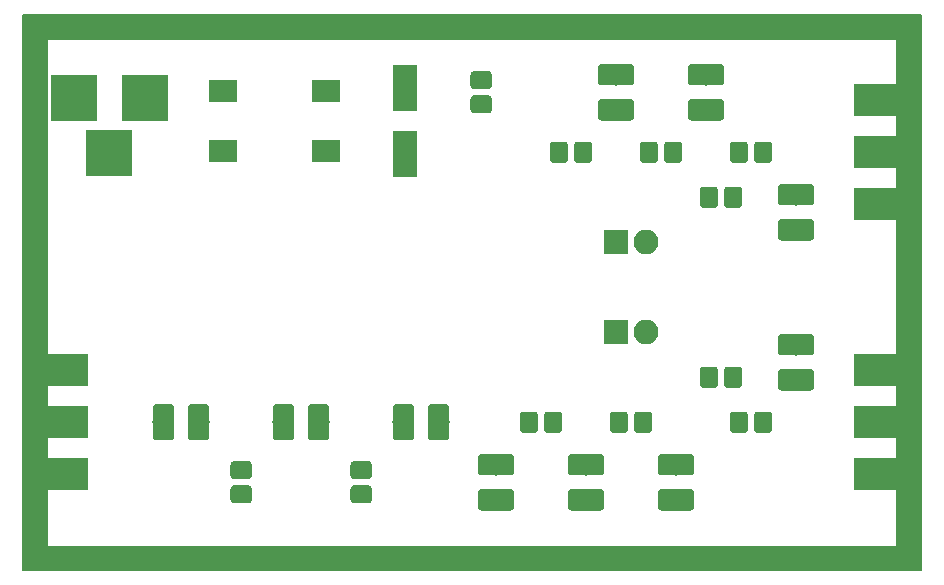
<source format=gts>
G04 #@! TF.GenerationSoftware,KiCad,Pcbnew,(6.0.0-rc1-dev-163-g630631b41)*
G04 #@! TF.CreationDate,2018-08-07T22:42:02+02:00*
G04 #@! TF.ProjectId,diplexer,6469706C657865722E6B696361645F70,rev?*
G04 #@! TF.SameCoordinates,PX7270e00PY29020c0*
G04 #@! TF.FileFunction,Soldermask,Top*
G04 #@! TF.FilePolarity,Negative*
%FSLAX46Y46*%
G04 Gerber Fmt 4.6, Leading zero omitted, Abs format (unit mm)*
G04 Created by KiCad (PCBNEW (6.0.0-rc1-dev-163-g630631b41)) date Tue Aug  7 22:42:02 2018*
%MOMM*%
%LPD*%
G01*
G04 APERTURE LIST*
%ADD10C,0.150000*%
%ADD11R,2.000000X3.900000*%
%ADD12C,0.100000*%
%ADD13C,1.550000*%
%ADD14C,1.825000*%
%ADD15R,3.900000X3.900000*%
%ADD16R,5.480000X2.690000*%
%ADD17R,5.480000X2.820000*%
%ADD18O,2.100000X2.100000*%
%ADD19R,2.100000X2.100000*%
%ADD20R,2.400000X1.900000*%
G04 APERTURE END LIST*
D10*
G36*
X76000000Y-47000000D02*
X74000000Y-47000000D01*
X74000000Y0D01*
X76000000Y0D01*
X76000000Y-47000000D01*
G37*
X76000000Y-47000000D02*
X74000000Y-47000000D01*
X74000000Y0D01*
X76000000Y0D01*
X76000000Y-47000000D01*
G36*
X0Y-47000000D02*
X76000000Y-47000000D01*
X76000000Y-45000000D01*
X0Y-45000000D01*
X0Y-47000000D01*
G37*
X0Y-47000000D02*
X76000000Y-47000000D01*
X76000000Y-45000000D01*
X0Y-45000000D01*
X0Y-47000000D01*
G36*
X0Y0D02*
X2000000Y0D01*
X2000000Y-47000000D01*
X0Y-47000000D01*
X0Y0D01*
G37*
X0Y0D02*
X2000000Y0D01*
X2000000Y-47000000D01*
X0Y-47000000D01*
X0Y0D01*
G36*
X0Y-2000000D02*
X76000000Y-2000000D01*
X76000000Y0D01*
X0Y0D01*
X0Y-2000000D01*
G37*
X0Y-2000000D02*
X76000000Y-2000000D01*
X76000000Y0D01*
X0Y0D01*
X0Y-2000000D01*
D11*
G04 #@! TO.C,C1*
X32270000Y-11800000D03*
X32270000Y-6200000D03*
G04 #@! TD*
D12*
G04 #@! TO.C,C2*
G36*
X47866071Y-10711623D02*
X47898781Y-10716475D01*
X47930857Y-10724509D01*
X47961991Y-10735649D01*
X47991884Y-10749787D01*
X48020247Y-10766787D01*
X48046807Y-10786485D01*
X48071308Y-10808692D01*
X48093515Y-10833193D01*
X48113213Y-10859753D01*
X48130213Y-10888116D01*
X48144351Y-10918009D01*
X48155491Y-10949143D01*
X48163525Y-10981219D01*
X48168377Y-11013929D01*
X48170000Y-11046956D01*
X48170000Y-12173044D01*
X48168377Y-12206071D01*
X48163525Y-12238781D01*
X48155491Y-12270857D01*
X48144351Y-12301991D01*
X48130213Y-12331884D01*
X48113213Y-12360247D01*
X48093515Y-12386807D01*
X48071308Y-12411308D01*
X48046807Y-12433515D01*
X48020247Y-12453213D01*
X47991884Y-12470213D01*
X47961991Y-12484351D01*
X47930857Y-12495491D01*
X47898781Y-12503525D01*
X47866071Y-12508377D01*
X47833044Y-12510000D01*
X46956956Y-12510000D01*
X46923929Y-12508377D01*
X46891219Y-12503525D01*
X46859143Y-12495491D01*
X46828009Y-12484351D01*
X46798116Y-12470213D01*
X46769753Y-12453213D01*
X46743193Y-12433515D01*
X46718692Y-12411308D01*
X46696485Y-12386807D01*
X46676787Y-12360247D01*
X46659787Y-12331884D01*
X46645649Y-12301991D01*
X46634509Y-12270857D01*
X46626475Y-12238781D01*
X46621623Y-12206071D01*
X46620000Y-12173044D01*
X46620000Y-11046956D01*
X46621623Y-11013929D01*
X46626475Y-10981219D01*
X46634509Y-10949143D01*
X46645649Y-10918009D01*
X46659787Y-10888116D01*
X46676787Y-10859753D01*
X46696485Y-10833193D01*
X46718692Y-10808692D01*
X46743193Y-10786485D01*
X46769753Y-10766787D01*
X46798116Y-10749787D01*
X46828009Y-10735649D01*
X46859143Y-10724509D01*
X46891219Y-10716475D01*
X46923929Y-10711623D01*
X46956956Y-10710000D01*
X47833044Y-10710000D01*
X47866071Y-10711623D01*
X47866071Y-10711623D01*
G37*
D13*
X47395000Y-11610000D03*
D12*
G36*
X45816071Y-10711623D02*
X45848781Y-10716475D01*
X45880857Y-10724509D01*
X45911991Y-10735649D01*
X45941884Y-10749787D01*
X45970247Y-10766787D01*
X45996807Y-10786485D01*
X46021308Y-10808692D01*
X46043515Y-10833193D01*
X46063213Y-10859753D01*
X46080213Y-10888116D01*
X46094351Y-10918009D01*
X46105491Y-10949143D01*
X46113525Y-10981219D01*
X46118377Y-11013929D01*
X46120000Y-11046956D01*
X46120000Y-12173044D01*
X46118377Y-12206071D01*
X46113525Y-12238781D01*
X46105491Y-12270857D01*
X46094351Y-12301991D01*
X46080213Y-12331884D01*
X46063213Y-12360247D01*
X46043515Y-12386807D01*
X46021308Y-12411308D01*
X45996807Y-12433515D01*
X45970247Y-12453213D01*
X45941884Y-12470213D01*
X45911991Y-12484351D01*
X45880857Y-12495491D01*
X45848781Y-12503525D01*
X45816071Y-12508377D01*
X45783044Y-12510000D01*
X44906956Y-12510000D01*
X44873929Y-12508377D01*
X44841219Y-12503525D01*
X44809143Y-12495491D01*
X44778009Y-12484351D01*
X44748116Y-12470213D01*
X44719753Y-12453213D01*
X44693193Y-12433515D01*
X44668692Y-12411308D01*
X44646485Y-12386807D01*
X44626787Y-12360247D01*
X44609787Y-12331884D01*
X44595649Y-12301991D01*
X44584509Y-12270857D01*
X44576475Y-12238781D01*
X44571623Y-12206071D01*
X44570000Y-12173044D01*
X44570000Y-11046956D01*
X44571623Y-11013929D01*
X44576475Y-10981219D01*
X44584509Y-10949143D01*
X44595649Y-10918009D01*
X44609787Y-10888116D01*
X44626787Y-10859753D01*
X44646485Y-10833193D01*
X44668692Y-10808692D01*
X44693193Y-10786485D01*
X44719753Y-10766787D01*
X44748116Y-10749787D01*
X44778009Y-10735649D01*
X44809143Y-10724509D01*
X44841219Y-10716475D01*
X44873929Y-10711623D01*
X44906956Y-10710000D01*
X45783044Y-10710000D01*
X45816071Y-10711623D01*
X45816071Y-10711623D01*
G37*
D13*
X45345000Y-11610000D03*
G04 #@! TD*
D12*
G04 #@! TO.C,C3*
G36*
X39346071Y-4731623D02*
X39378781Y-4736475D01*
X39410857Y-4744509D01*
X39441991Y-4755649D01*
X39471884Y-4769787D01*
X39500247Y-4786787D01*
X39526807Y-4806485D01*
X39551308Y-4828692D01*
X39573515Y-4853193D01*
X39593213Y-4879753D01*
X39610213Y-4908116D01*
X39624351Y-4938009D01*
X39635491Y-4969143D01*
X39643525Y-5001219D01*
X39648377Y-5033929D01*
X39650000Y-5066956D01*
X39650000Y-5943044D01*
X39648377Y-5976071D01*
X39643525Y-6008781D01*
X39635491Y-6040857D01*
X39624351Y-6071991D01*
X39610213Y-6101884D01*
X39593213Y-6130247D01*
X39573515Y-6156807D01*
X39551308Y-6181308D01*
X39526807Y-6203515D01*
X39500247Y-6223213D01*
X39471884Y-6240213D01*
X39441991Y-6254351D01*
X39410857Y-6265491D01*
X39378781Y-6273525D01*
X39346071Y-6278377D01*
X39313044Y-6280000D01*
X38186956Y-6280000D01*
X38153929Y-6278377D01*
X38121219Y-6273525D01*
X38089143Y-6265491D01*
X38058009Y-6254351D01*
X38028116Y-6240213D01*
X37999753Y-6223213D01*
X37973193Y-6203515D01*
X37948692Y-6181308D01*
X37926485Y-6156807D01*
X37906787Y-6130247D01*
X37889787Y-6101884D01*
X37875649Y-6071991D01*
X37864509Y-6040857D01*
X37856475Y-6008781D01*
X37851623Y-5976071D01*
X37850000Y-5943044D01*
X37850000Y-5066956D01*
X37851623Y-5033929D01*
X37856475Y-5001219D01*
X37864509Y-4969143D01*
X37875649Y-4938009D01*
X37889787Y-4908116D01*
X37906787Y-4879753D01*
X37926485Y-4853193D01*
X37948692Y-4828692D01*
X37973193Y-4806485D01*
X37999753Y-4786787D01*
X38028116Y-4769787D01*
X38058009Y-4755649D01*
X38089143Y-4744509D01*
X38121219Y-4736475D01*
X38153929Y-4731623D01*
X38186956Y-4730000D01*
X39313044Y-4730000D01*
X39346071Y-4731623D01*
X39346071Y-4731623D01*
G37*
D13*
X38750000Y-5505000D03*
D12*
G36*
X39346071Y-6781623D02*
X39378781Y-6786475D01*
X39410857Y-6794509D01*
X39441991Y-6805649D01*
X39471884Y-6819787D01*
X39500247Y-6836787D01*
X39526807Y-6856485D01*
X39551308Y-6878692D01*
X39573515Y-6903193D01*
X39593213Y-6929753D01*
X39610213Y-6958116D01*
X39624351Y-6988009D01*
X39635491Y-7019143D01*
X39643525Y-7051219D01*
X39648377Y-7083929D01*
X39650000Y-7116956D01*
X39650000Y-7993044D01*
X39648377Y-8026071D01*
X39643525Y-8058781D01*
X39635491Y-8090857D01*
X39624351Y-8121991D01*
X39610213Y-8151884D01*
X39593213Y-8180247D01*
X39573515Y-8206807D01*
X39551308Y-8231308D01*
X39526807Y-8253515D01*
X39500247Y-8273213D01*
X39471884Y-8290213D01*
X39441991Y-8304351D01*
X39410857Y-8315491D01*
X39378781Y-8323525D01*
X39346071Y-8328377D01*
X39313044Y-8330000D01*
X38186956Y-8330000D01*
X38153929Y-8328377D01*
X38121219Y-8323525D01*
X38089143Y-8315491D01*
X38058009Y-8304351D01*
X38028116Y-8290213D01*
X37999753Y-8273213D01*
X37973193Y-8253515D01*
X37948692Y-8231308D01*
X37926485Y-8206807D01*
X37906787Y-8180247D01*
X37889787Y-8151884D01*
X37875649Y-8121991D01*
X37864509Y-8090857D01*
X37856475Y-8058781D01*
X37851623Y-8026071D01*
X37850000Y-7993044D01*
X37850000Y-7116956D01*
X37851623Y-7083929D01*
X37856475Y-7051219D01*
X37864509Y-7019143D01*
X37875649Y-6988009D01*
X37889787Y-6958116D01*
X37906787Y-6929753D01*
X37926485Y-6903193D01*
X37948692Y-6878692D01*
X37973193Y-6856485D01*
X37999753Y-6836787D01*
X38028116Y-6819787D01*
X38058009Y-6805649D01*
X38089143Y-6794509D01*
X38121219Y-6786475D01*
X38153929Y-6781623D01*
X38186956Y-6780000D01*
X39313044Y-6780000D01*
X39346071Y-6781623D01*
X39346071Y-6781623D01*
G37*
D13*
X38750000Y-7555000D03*
G04 #@! TD*
D12*
G04 #@! TO.C,C4*
G36*
X19026071Y-37751623D02*
X19058781Y-37756475D01*
X19090857Y-37764509D01*
X19121991Y-37775649D01*
X19151884Y-37789787D01*
X19180247Y-37806787D01*
X19206807Y-37826485D01*
X19231308Y-37848692D01*
X19253515Y-37873193D01*
X19273213Y-37899753D01*
X19290213Y-37928116D01*
X19304351Y-37958009D01*
X19315491Y-37989143D01*
X19323525Y-38021219D01*
X19328377Y-38053929D01*
X19330000Y-38086956D01*
X19330000Y-38963044D01*
X19328377Y-38996071D01*
X19323525Y-39028781D01*
X19315491Y-39060857D01*
X19304351Y-39091991D01*
X19290213Y-39121884D01*
X19273213Y-39150247D01*
X19253515Y-39176807D01*
X19231308Y-39201308D01*
X19206807Y-39223515D01*
X19180247Y-39243213D01*
X19151884Y-39260213D01*
X19121991Y-39274351D01*
X19090857Y-39285491D01*
X19058781Y-39293525D01*
X19026071Y-39298377D01*
X18993044Y-39300000D01*
X17866956Y-39300000D01*
X17833929Y-39298377D01*
X17801219Y-39293525D01*
X17769143Y-39285491D01*
X17738009Y-39274351D01*
X17708116Y-39260213D01*
X17679753Y-39243213D01*
X17653193Y-39223515D01*
X17628692Y-39201308D01*
X17606485Y-39176807D01*
X17586787Y-39150247D01*
X17569787Y-39121884D01*
X17555649Y-39091991D01*
X17544509Y-39060857D01*
X17536475Y-39028781D01*
X17531623Y-38996071D01*
X17530000Y-38963044D01*
X17530000Y-38086956D01*
X17531623Y-38053929D01*
X17536475Y-38021219D01*
X17544509Y-37989143D01*
X17555649Y-37958009D01*
X17569787Y-37928116D01*
X17586787Y-37899753D01*
X17606485Y-37873193D01*
X17628692Y-37848692D01*
X17653193Y-37826485D01*
X17679753Y-37806787D01*
X17708116Y-37789787D01*
X17738009Y-37775649D01*
X17769143Y-37764509D01*
X17801219Y-37756475D01*
X17833929Y-37751623D01*
X17866956Y-37750000D01*
X18993044Y-37750000D01*
X19026071Y-37751623D01*
X19026071Y-37751623D01*
G37*
D13*
X18430000Y-38525000D03*
D12*
G36*
X19026071Y-39801623D02*
X19058781Y-39806475D01*
X19090857Y-39814509D01*
X19121991Y-39825649D01*
X19151884Y-39839787D01*
X19180247Y-39856787D01*
X19206807Y-39876485D01*
X19231308Y-39898692D01*
X19253515Y-39923193D01*
X19273213Y-39949753D01*
X19290213Y-39978116D01*
X19304351Y-40008009D01*
X19315491Y-40039143D01*
X19323525Y-40071219D01*
X19328377Y-40103929D01*
X19330000Y-40136956D01*
X19330000Y-41013044D01*
X19328377Y-41046071D01*
X19323525Y-41078781D01*
X19315491Y-41110857D01*
X19304351Y-41141991D01*
X19290213Y-41171884D01*
X19273213Y-41200247D01*
X19253515Y-41226807D01*
X19231308Y-41251308D01*
X19206807Y-41273515D01*
X19180247Y-41293213D01*
X19151884Y-41310213D01*
X19121991Y-41324351D01*
X19090857Y-41335491D01*
X19058781Y-41343525D01*
X19026071Y-41348377D01*
X18993044Y-41350000D01*
X17866956Y-41350000D01*
X17833929Y-41348377D01*
X17801219Y-41343525D01*
X17769143Y-41335491D01*
X17738009Y-41324351D01*
X17708116Y-41310213D01*
X17679753Y-41293213D01*
X17653193Y-41273515D01*
X17628692Y-41251308D01*
X17606485Y-41226807D01*
X17586787Y-41200247D01*
X17569787Y-41171884D01*
X17555649Y-41141991D01*
X17544509Y-41110857D01*
X17536475Y-41078781D01*
X17531623Y-41046071D01*
X17530000Y-41013044D01*
X17530000Y-40136956D01*
X17531623Y-40103929D01*
X17536475Y-40071219D01*
X17544509Y-40039143D01*
X17555649Y-40008009D01*
X17569787Y-39978116D01*
X17586787Y-39949753D01*
X17606485Y-39923193D01*
X17628692Y-39898692D01*
X17653193Y-39876485D01*
X17679753Y-39856787D01*
X17708116Y-39839787D01*
X17738009Y-39825649D01*
X17769143Y-39814509D01*
X17801219Y-39806475D01*
X17833929Y-39801623D01*
X17866956Y-39800000D01*
X18993044Y-39800000D01*
X19026071Y-39801623D01*
X19026071Y-39801623D01*
G37*
D13*
X18430000Y-40575000D03*
G04 #@! TD*
D12*
G04 #@! TO.C,C5*
G36*
X53436071Y-10711623D02*
X53468781Y-10716475D01*
X53500857Y-10724509D01*
X53531991Y-10735649D01*
X53561884Y-10749787D01*
X53590247Y-10766787D01*
X53616807Y-10786485D01*
X53641308Y-10808692D01*
X53663515Y-10833193D01*
X53683213Y-10859753D01*
X53700213Y-10888116D01*
X53714351Y-10918009D01*
X53725491Y-10949143D01*
X53733525Y-10981219D01*
X53738377Y-11013929D01*
X53740000Y-11046956D01*
X53740000Y-12173044D01*
X53738377Y-12206071D01*
X53733525Y-12238781D01*
X53725491Y-12270857D01*
X53714351Y-12301991D01*
X53700213Y-12331884D01*
X53683213Y-12360247D01*
X53663515Y-12386807D01*
X53641308Y-12411308D01*
X53616807Y-12433515D01*
X53590247Y-12453213D01*
X53561884Y-12470213D01*
X53531991Y-12484351D01*
X53500857Y-12495491D01*
X53468781Y-12503525D01*
X53436071Y-12508377D01*
X53403044Y-12510000D01*
X52526956Y-12510000D01*
X52493929Y-12508377D01*
X52461219Y-12503525D01*
X52429143Y-12495491D01*
X52398009Y-12484351D01*
X52368116Y-12470213D01*
X52339753Y-12453213D01*
X52313193Y-12433515D01*
X52288692Y-12411308D01*
X52266485Y-12386807D01*
X52246787Y-12360247D01*
X52229787Y-12331884D01*
X52215649Y-12301991D01*
X52204509Y-12270857D01*
X52196475Y-12238781D01*
X52191623Y-12206071D01*
X52190000Y-12173044D01*
X52190000Y-11046956D01*
X52191623Y-11013929D01*
X52196475Y-10981219D01*
X52204509Y-10949143D01*
X52215649Y-10918009D01*
X52229787Y-10888116D01*
X52246787Y-10859753D01*
X52266485Y-10833193D01*
X52288692Y-10808692D01*
X52313193Y-10786485D01*
X52339753Y-10766787D01*
X52368116Y-10749787D01*
X52398009Y-10735649D01*
X52429143Y-10724509D01*
X52461219Y-10716475D01*
X52493929Y-10711623D01*
X52526956Y-10710000D01*
X53403044Y-10710000D01*
X53436071Y-10711623D01*
X53436071Y-10711623D01*
G37*
D13*
X52965000Y-11610000D03*
D12*
G36*
X55486071Y-10711623D02*
X55518781Y-10716475D01*
X55550857Y-10724509D01*
X55581991Y-10735649D01*
X55611884Y-10749787D01*
X55640247Y-10766787D01*
X55666807Y-10786485D01*
X55691308Y-10808692D01*
X55713515Y-10833193D01*
X55733213Y-10859753D01*
X55750213Y-10888116D01*
X55764351Y-10918009D01*
X55775491Y-10949143D01*
X55783525Y-10981219D01*
X55788377Y-11013929D01*
X55790000Y-11046956D01*
X55790000Y-12173044D01*
X55788377Y-12206071D01*
X55783525Y-12238781D01*
X55775491Y-12270857D01*
X55764351Y-12301991D01*
X55750213Y-12331884D01*
X55733213Y-12360247D01*
X55713515Y-12386807D01*
X55691308Y-12411308D01*
X55666807Y-12433515D01*
X55640247Y-12453213D01*
X55611884Y-12470213D01*
X55581991Y-12484351D01*
X55550857Y-12495491D01*
X55518781Y-12503525D01*
X55486071Y-12508377D01*
X55453044Y-12510000D01*
X54576956Y-12510000D01*
X54543929Y-12508377D01*
X54511219Y-12503525D01*
X54479143Y-12495491D01*
X54448009Y-12484351D01*
X54418116Y-12470213D01*
X54389753Y-12453213D01*
X54363193Y-12433515D01*
X54338692Y-12411308D01*
X54316485Y-12386807D01*
X54296787Y-12360247D01*
X54279787Y-12331884D01*
X54265649Y-12301991D01*
X54254509Y-12270857D01*
X54246475Y-12238781D01*
X54241623Y-12206071D01*
X54240000Y-12173044D01*
X54240000Y-11046956D01*
X54241623Y-11013929D01*
X54246475Y-10981219D01*
X54254509Y-10949143D01*
X54265649Y-10918009D01*
X54279787Y-10888116D01*
X54296787Y-10859753D01*
X54316485Y-10833193D01*
X54338692Y-10808692D01*
X54363193Y-10786485D01*
X54389753Y-10766787D01*
X54418116Y-10749787D01*
X54448009Y-10735649D01*
X54479143Y-10724509D01*
X54511219Y-10716475D01*
X54543929Y-10711623D01*
X54576956Y-10710000D01*
X55453044Y-10710000D01*
X55486071Y-10711623D01*
X55486071Y-10711623D01*
G37*
D13*
X55015000Y-11610000D03*
G04 #@! TD*
D12*
G04 #@! TO.C,C6*
G36*
X63106071Y-10711623D02*
X63138781Y-10716475D01*
X63170857Y-10724509D01*
X63201991Y-10735649D01*
X63231884Y-10749787D01*
X63260247Y-10766787D01*
X63286807Y-10786485D01*
X63311308Y-10808692D01*
X63333515Y-10833193D01*
X63353213Y-10859753D01*
X63370213Y-10888116D01*
X63384351Y-10918009D01*
X63395491Y-10949143D01*
X63403525Y-10981219D01*
X63408377Y-11013929D01*
X63410000Y-11046956D01*
X63410000Y-12173044D01*
X63408377Y-12206071D01*
X63403525Y-12238781D01*
X63395491Y-12270857D01*
X63384351Y-12301991D01*
X63370213Y-12331884D01*
X63353213Y-12360247D01*
X63333515Y-12386807D01*
X63311308Y-12411308D01*
X63286807Y-12433515D01*
X63260247Y-12453213D01*
X63231884Y-12470213D01*
X63201991Y-12484351D01*
X63170857Y-12495491D01*
X63138781Y-12503525D01*
X63106071Y-12508377D01*
X63073044Y-12510000D01*
X62196956Y-12510000D01*
X62163929Y-12508377D01*
X62131219Y-12503525D01*
X62099143Y-12495491D01*
X62068009Y-12484351D01*
X62038116Y-12470213D01*
X62009753Y-12453213D01*
X61983193Y-12433515D01*
X61958692Y-12411308D01*
X61936485Y-12386807D01*
X61916787Y-12360247D01*
X61899787Y-12331884D01*
X61885649Y-12301991D01*
X61874509Y-12270857D01*
X61866475Y-12238781D01*
X61861623Y-12206071D01*
X61860000Y-12173044D01*
X61860000Y-11046956D01*
X61861623Y-11013929D01*
X61866475Y-10981219D01*
X61874509Y-10949143D01*
X61885649Y-10918009D01*
X61899787Y-10888116D01*
X61916787Y-10859753D01*
X61936485Y-10833193D01*
X61958692Y-10808692D01*
X61983193Y-10786485D01*
X62009753Y-10766787D01*
X62038116Y-10749787D01*
X62068009Y-10735649D01*
X62099143Y-10724509D01*
X62131219Y-10716475D01*
X62163929Y-10711623D01*
X62196956Y-10710000D01*
X63073044Y-10710000D01*
X63106071Y-10711623D01*
X63106071Y-10711623D01*
G37*
D13*
X62635000Y-11610000D03*
D12*
G36*
X61056071Y-10711623D02*
X61088781Y-10716475D01*
X61120857Y-10724509D01*
X61151991Y-10735649D01*
X61181884Y-10749787D01*
X61210247Y-10766787D01*
X61236807Y-10786485D01*
X61261308Y-10808692D01*
X61283515Y-10833193D01*
X61303213Y-10859753D01*
X61320213Y-10888116D01*
X61334351Y-10918009D01*
X61345491Y-10949143D01*
X61353525Y-10981219D01*
X61358377Y-11013929D01*
X61360000Y-11046956D01*
X61360000Y-12173044D01*
X61358377Y-12206071D01*
X61353525Y-12238781D01*
X61345491Y-12270857D01*
X61334351Y-12301991D01*
X61320213Y-12331884D01*
X61303213Y-12360247D01*
X61283515Y-12386807D01*
X61261308Y-12411308D01*
X61236807Y-12433515D01*
X61210247Y-12453213D01*
X61181884Y-12470213D01*
X61151991Y-12484351D01*
X61120857Y-12495491D01*
X61088781Y-12503525D01*
X61056071Y-12508377D01*
X61023044Y-12510000D01*
X60146956Y-12510000D01*
X60113929Y-12508377D01*
X60081219Y-12503525D01*
X60049143Y-12495491D01*
X60018009Y-12484351D01*
X59988116Y-12470213D01*
X59959753Y-12453213D01*
X59933193Y-12433515D01*
X59908692Y-12411308D01*
X59886485Y-12386807D01*
X59866787Y-12360247D01*
X59849787Y-12331884D01*
X59835649Y-12301991D01*
X59824509Y-12270857D01*
X59816475Y-12238781D01*
X59811623Y-12206071D01*
X59810000Y-12173044D01*
X59810000Y-11046956D01*
X59811623Y-11013929D01*
X59816475Y-10981219D01*
X59824509Y-10949143D01*
X59835649Y-10918009D01*
X59849787Y-10888116D01*
X59866787Y-10859753D01*
X59886485Y-10833193D01*
X59908692Y-10808692D01*
X59933193Y-10786485D01*
X59959753Y-10766787D01*
X59988116Y-10749787D01*
X60018009Y-10735649D01*
X60049143Y-10724509D01*
X60081219Y-10716475D01*
X60113929Y-10711623D01*
X60146956Y-10710000D01*
X61023044Y-10710000D01*
X61056071Y-10711623D01*
X61056071Y-10711623D01*
G37*
D13*
X60585000Y-11610000D03*
G04 #@! TD*
D12*
G04 #@! TO.C,C7*
G36*
X29186071Y-39801623D02*
X29218781Y-39806475D01*
X29250857Y-39814509D01*
X29281991Y-39825649D01*
X29311884Y-39839787D01*
X29340247Y-39856787D01*
X29366807Y-39876485D01*
X29391308Y-39898692D01*
X29413515Y-39923193D01*
X29433213Y-39949753D01*
X29450213Y-39978116D01*
X29464351Y-40008009D01*
X29475491Y-40039143D01*
X29483525Y-40071219D01*
X29488377Y-40103929D01*
X29490000Y-40136956D01*
X29490000Y-41013044D01*
X29488377Y-41046071D01*
X29483525Y-41078781D01*
X29475491Y-41110857D01*
X29464351Y-41141991D01*
X29450213Y-41171884D01*
X29433213Y-41200247D01*
X29413515Y-41226807D01*
X29391308Y-41251308D01*
X29366807Y-41273515D01*
X29340247Y-41293213D01*
X29311884Y-41310213D01*
X29281991Y-41324351D01*
X29250857Y-41335491D01*
X29218781Y-41343525D01*
X29186071Y-41348377D01*
X29153044Y-41350000D01*
X28026956Y-41350000D01*
X27993929Y-41348377D01*
X27961219Y-41343525D01*
X27929143Y-41335491D01*
X27898009Y-41324351D01*
X27868116Y-41310213D01*
X27839753Y-41293213D01*
X27813193Y-41273515D01*
X27788692Y-41251308D01*
X27766485Y-41226807D01*
X27746787Y-41200247D01*
X27729787Y-41171884D01*
X27715649Y-41141991D01*
X27704509Y-41110857D01*
X27696475Y-41078781D01*
X27691623Y-41046071D01*
X27690000Y-41013044D01*
X27690000Y-40136956D01*
X27691623Y-40103929D01*
X27696475Y-40071219D01*
X27704509Y-40039143D01*
X27715649Y-40008009D01*
X27729787Y-39978116D01*
X27746787Y-39949753D01*
X27766485Y-39923193D01*
X27788692Y-39898692D01*
X27813193Y-39876485D01*
X27839753Y-39856787D01*
X27868116Y-39839787D01*
X27898009Y-39825649D01*
X27929143Y-39814509D01*
X27961219Y-39806475D01*
X27993929Y-39801623D01*
X28026956Y-39800000D01*
X29153044Y-39800000D01*
X29186071Y-39801623D01*
X29186071Y-39801623D01*
G37*
D13*
X28590000Y-40575000D03*
D12*
G36*
X29186071Y-37751623D02*
X29218781Y-37756475D01*
X29250857Y-37764509D01*
X29281991Y-37775649D01*
X29311884Y-37789787D01*
X29340247Y-37806787D01*
X29366807Y-37826485D01*
X29391308Y-37848692D01*
X29413515Y-37873193D01*
X29433213Y-37899753D01*
X29450213Y-37928116D01*
X29464351Y-37958009D01*
X29475491Y-37989143D01*
X29483525Y-38021219D01*
X29488377Y-38053929D01*
X29490000Y-38086956D01*
X29490000Y-38963044D01*
X29488377Y-38996071D01*
X29483525Y-39028781D01*
X29475491Y-39060857D01*
X29464351Y-39091991D01*
X29450213Y-39121884D01*
X29433213Y-39150247D01*
X29413515Y-39176807D01*
X29391308Y-39201308D01*
X29366807Y-39223515D01*
X29340247Y-39243213D01*
X29311884Y-39260213D01*
X29281991Y-39274351D01*
X29250857Y-39285491D01*
X29218781Y-39293525D01*
X29186071Y-39298377D01*
X29153044Y-39300000D01*
X28026956Y-39300000D01*
X27993929Y-39298377D01*
X27961219Y-39293525D01*
X27929143Y-39285491D01*
X27898009Y-39274351D01*
X27868116Y-39260213D01*
X27839753Y-39243213D01*
X27813193Y-39223515D01*
X27788692Y-39201308D01*
X27766485Y-39176807D01*
X27746787Y-39150247D01*
X27729787Y-39121884D01*
X27715649Y-39091991D01*
X27704509Y-39060857D01*
X27696475Y-39028781D01*
X27691623Y-38996071D01*
X27690000Y-38963044D01*
X27690000Y-38086956D01*
X27691623Y-38053929D01*
X27696475Y-38021219D01*
X27704509Y-37989143D01*
X27715649Y-37958009D01*
X27729787Y-37928116D01*
X27746787Y-37899753D01*
X27766485Y-37873193D01*
X27788692Y-37848692D01*
X27813193Y-37826485D01*
X27839753Y-37806787D01*
X27868116Y-37789787D01*
X27898009Y-37775649D01*
X27929143Y-37764509D01*
X27961219Y-37756475D01*
X27993929Y-37751623D01*
X28026956Y-37750000D01*
X29153044Y-37750000D01*
X29186071Y-37751623D01*
X29186071Y-37751623D01*
G37*
D13*
X28590000Y-38525000D03*
G04 #@! TD*
D12*
G04 #@! TO.C,C8*
G36*
X60566071Y-14521623D02*
X60598781Y-14526475D01*
X60630857Y-14534509D01*
X60661991Y-14545649D01*
X60691884Y-14559787D01*
X60720247Y-14576787D01*
X60746807Y-14596485D01*
X60771308Y-14618692D01*
X60793515Y-14643193D01*
X60813213Y-14669753D01*
X60830213Y-14698116D01*
X60844351Y-14728009D01*
X60855491Y-14759143D01*
X60863525Y-14791219D01*
X60868377Y-14823929D01*
X60870000Y-14856956D01*
X60870000Y-15983044D01*
X60868377Y-16016071D01*
X60863525Y-16048781D01*
X60855491Y-16080857D01*
X60844351Y-16111991D01*
X60830213Y-16141884D01*
X60813213Y-16170247D01*
X60793515Y-16196807D01*
X60771308Y-16221308D01*
X60746807Y-16243515D01*
X60720247Y-16263213D01*
X60691884Y-16280213D01*
X60661991Y-16294351D01*
X60630857Y-16305491D01*
X60598781Y-16313525D01*
X60566071Y-16318377D01*
X60533044Y-16320000D01*
X59656956Y-16320000D01*
X59623929Y-16318377D01*
X59591219Y-16313525D01*
X59559143Y-16305491D01*
X59528009Y-16294351D01*
X59498116Y-16280213D01*
X59469753Y-16263213D01*
X59443193Y-16243515D01*
X59418692Y-16221308D01*
X59396485Y-16196807D01*
X59376787Y-16170247D01*
X59359787Y-16141884D01*
X59345649Y-16111991D01*
X59334509Y-16080857D01*
X59326475Y-16048781D01*
X59321623Y-16016071D01*
X59320000Y-15983044D01*
X59320000Y-14856956D01*
X59321623Y-14823929D01*
X59326475Y-14791219D01*
X59334509Y-14759143D01*
X59345649Y-14728009D01*
X59359787Y-14698116D01*
X59376787Y-14669753D01*
X59396485Y-14643193D01*
X59418692Y-14618692D01*
X59443193Y-14596485D01*
X59469753Y-14576787D01*
X59498116Y-14559787D01*
X59528009Y-14545649D01*
X59559143Y-14534509D01*
X59591219Y-14526475D01*
X59623929Y-14521623D01*
X59656956Y-14520000D01*
X60533044Y-14520000D01*
X60566071Y-14521623D01*
X60566071Y-14521623D01*
G37*
D13*
X60095000Y-15420000D03*
D12*
G36*
X58516071Y-14521623D02*
X58548781Y-14526475D01*
X58580857Y-14534509D01*
X58611991Y-14545649D01*
X58641884Y-14559787D01*
X58670247Y-14576787D01*
X58696807Y-14596485D01*
X58721308Y-14618692D01*
X58743515Y-14643193D01*
X58763213Y-14669753D01*
X58780213Y-14698116D01*
X58794351Y-14728009D01*
X58805491Y-14759143D01*
X58813525Y-14791219D01*
X58818377Y-14823929D01*
X58820000Y-14856956D01*
X58820000Y-15983044D01*
X58818377Y-16016071D01*
X58813525Y-16048781D01*
X58805491Y-16080857D01*
X58794351Y-16111991D01*
X58780213Y-16141884D01*
X58763213Y-16170247D01*
X58743515Y-16196807D01*
X58721308Y-16221308D01*
X58696807Y-16243515D01*
X58670247Y-16263213D01*
X58641884Y-16280213D01*
X58611991Y-16294351D01*
X58580857Y-16305491D01*
X58548781Y-16313525D01*
X58516071Y-16318377D01*
X58483044Y-16320000D01*
X57606956Y-16320000D01*
X57573929Y-16318377D01*
X57541219Y-16313525D01*
X57509143Y-16305491D01*
X57478009Y-16294351D01*
X57448116Y-16280213D01*
X57419753Y-16263213D01*
X57393193Y-16243515D01*
X57368692Y-16221308D01*
X57346485Y-16196807D01*
X57326787Y-16170247D01*
X57309787Y-16141884D01*
X57295649Y-16111991D01*
X57284509Y-16080857D01*
X57276475Y-16048781D01*
X57271623Y-16016071D01*
X57270000Y-15983044D01*
X57270000Y-14856956D01*
X57271623Y-14823929D01*
X57276475Y-14791219D01*
X57284509Y-14759143D01*
X57295649Y-14728009D01*
X57309787Y-14698116D01*
X57326787Y-14669753D01*
X57346485Y-14643193D01*
X57368692Y-14618692D01*
X57393193Y-14596485D01*
X57419753Y-14576787D01*
X57448116Y-14559787D01*
X57478009Y-14545649D01*
X57509143Y-14534509D01*
X57541219Y-14526475D01*
X57573929Y-14521623D01*
X57606956Y-14520000D01*
X58483044Y-14520000D01*
X58516071Y-14521623D01*
X58516071Y-14521623D01*
G37*
D13*
X58045000Y-15420000D03*
G04 #@! TD*
D12*
G04 #@! TO.C,C9*
G36*
X43276071Y-33571623D02*
X43308781Y-33576475D01*
X43340857Y-33584509D01*
X43371991Y-33595649D01*
X43401884Y-33609787D01*
X43430247Y-33626787D01*
X43456807Y-33646485D01*
X43481308Y-33668692D01*
X43503515Y-33693193D01*
X43523213Y-33719753D01*
X43540213Y-33748116D01*
X43554351Y-33778009D01*
X43565491Y-33809143D01*
X43573525Y-33841219D01*
X43578377Y-33873929D01*
X43580000Y-33906956D01*
X43580000Y-35033044D01*
X43578377Y-35066071D01*
X43573525Y-35098781D01*
X43565491Y-35130857D01*
X43554351Y-35161991D01*
X43540213Y-35191884D01*
X43523213Y-35220247D01*
X43503515Y-35246807D01*
X43481308Y-35271308D01*
X43456807Y-35293515D01*
X43430247Y-35313213D01*
X43401884Y-35330213D01*
X43371991Y-35344351D01*
X43340857Y-35355491D01*
X43308781Y-35363525D01*
X43276071Y-35368377D01*
X43243044Y-35370000D01*
X42366956Y-35370000D01*
X42333929Y-35368377D01*
X42301219Y-35363525D01*
X42269143Y-35355491D01*
X42238009Y-35344351D01*
X42208116Y-35330213D01*
X42179753Y-35313213D01*
X42153193Y-35293515D01*
X42128692Y-35271308D01*
X42106485Y-35246807D01*
X42086787Y-35220247D01*
X42069787Y-35191884D01*
X42055649Y-35161991D01*
X42044509Y-35130857D01*
X42036475Y-35098781D01*
X42031623Y-35066071D01*
X42030000Y-35033044D01*
X42030000Y-33906956D01*
X42031623Y-33873929D01*
X42036475Y-33841219D01*
X42044509Y-33809143D01*
X42055649Y-33778009D01*
X42069787Y-33748116D01*
X42086787Y-33719753D01*
X42106485Y-33693193D01*
X42128692Y-33668692D01*
X42153193Y-33646485D01*
X42179753Y-33626787D01*
X42208116Y-33609787D01*
X42238009Y-33595649D01*
X42269143Y-33584509D01*
X42301219Y-33576475D01*
X42333929Y-33571623D01*
X42366956Y-33570000D01*
X43243044Y-33570000D01*
X43276071Y-33571623D01*
X43276071Y-33571623D01*
G37*
D13*
X42805000Y-34470000D03*
D12*
G36*
X45326071Y-33571623D02*
X45358781Y-33576475D01*
X45390857Y-33584509D01*
X45421991Y-33595649D01*
X45451884Y-33609787D01*
X45480247Y-33626787D01*
X45506807Y-33646485D01*
X45531308Y-33668692D01*
X45553515Y-33693193D01*
X45573213Y-33719753D01*
X45590213Y-33748116D01*
X45604351Y-33778009D01*
X45615491Y-33809143D01*
X45623525Y-33841219D01*
X45628377Y-33873929D01*
X45630000Y-33906956D01*
X45630000Y-35033044D01*
X45628377Y-35066071D01*
X45623525Y-35098781D01*
X45615491Y-35130857D01*
X45604351Y-35161991D01*
X45590213Y-35191884D01*
X45573213Y-35220247D01*
X45553515Y-35246807D01*
X45531308Y-35271308D01*
X45506807Y-35293515D01*
X45480247Y-35313213D01*
X45451884Y-35330213D01*
X45421991Y-35344351D01*
X45390857Y-35355491D01*
X45358781Y-35363525D01*
X45326071Y-35368377D01*
X45293044Y-35370000D01*
X44416956Y-35370000D01*
X44383929Y-35368377D01*
X44351219Y-35363525D01*
X44319143Y-35355491D01*
X44288009Y-35344351D01*
X44258116Y-35330213D01*
X44229753Y-35313213D01*
X44203193Y-35293515D01*
X44178692Y-35271308D01*
X44156485Y-35246807D01*
X44136787Y-35220247D01*
X44119787Y-35191884D01*
X44105649Y-35161991D01*
X44094509Y-35130857D01*
X44086475Y-35098781D01*
X44081623Y-35066071D01*
X44080000Y-35033044D01*
X44080000Y-33906956D01*
X44081623Y-33873929D01*
X44086475Y-33841219D01*
X44094509Y-33809143D01*
X44105649Y-33778009D01*
X44119787Y-33748116D01*
X44136787Y-33719753D01*
X44156485Y-33693193D01*
X44178692Y-33668692D01*
X44203193Y-33646485D01*
X44229753Y-33626787D01*
X44258116Y-33609787D01*
X44288009Y-33595649D01*
X44319143Y-33584509D01*
X44351219Y-33576475D01*
X44383929Y-33571623D01*
X44416956Y-33570000D01*
X45293044Y-33570000D01*
X45326071Y-33571623D01*
X45326071Y-33571623D01*
G37*
D13*
X44855000Y-34470000D03*
G04 #@! TD*
D12*
G04 #@! TO.C,C10*
G36*
X52946071Y-33571623D02*
X52978781Y-33576475D01*
X53010857Y-33584509D01*
X53041991Y-33595649D01*
X53071884Y-33609787D01*
X53100247Y-33626787D01*
X53126807Y-33646485D01*
X53151308Y-33668692D01*
X53173515Y-33693193D01*
X53193213Y-33719753D01*
X53210213Y-33748116D01*
X53224351Y-33778009D01*
X53235491Y-33809143D01*
X53243525Y-33841219D01*
X53248377Y-33873929D01*
X53250000Y-33906956D01*
X53250000Y-35033044D01*
X53248377Y-35066071D01*
X53243525Y-35098781D01*
X53235491Y-35130857D01*
X53224351Y-35161991D01*
X53210213Y-35191884D01*
X53193213Y-35220247D01*
X53173515Y-35246807D01*
X53151308Y-35271308D01*
X53126807Y-35293515D01*
X53100247Y-35313213D01*
X53071884Y-35330213D01*
X53041991Y-35344351D01*
X53010857Y-35355491D01*
X52978781Y-35363525D01*
X52946071Y-35368377D01*
X52913044Y-35370000D01*
X52036956Y-35370000D01*
X52003929Y-35368377D01*
X51971219Y-35363525D01*
X51939143Y-35355491D01*
X51908009Y-35344351D01*
X51878116Y-35330213D01*
X51849753Y-35313213D01*
X51823193Y-35293515D01*
X51798692Y-35271308D01*
X51776485Y-35246807D01*
X51756787Y-35220247D01*
X51739787Y-35191884D01*
X51725649Y-35161991D01*
X51714509Y-35130857D01*
X51706475Y-35098781D01*
X51701623Y-35066071D01*
X51700000Y-35033044D01*
X51700000Y-33906956D01*
X51701623Y-33873929D01*
X51706475Y-33841219D01*
X51714509Y-33809143D01*
X51725649Y-33778009D01*
X51739787Y-33748116D01*
X51756787Y-33719753D01*
X51776485Y-33693193D01*
X51798692Y-33668692D01*
X51823193Y-33646485D01*
X51849753Y-33626787D01*
X51878116Y-33609787D01*
X51908009Y-33595649D01*
X51939143Y-33584509D01*
X51971219Y-33576475D01*
X52003929Y-33571623D01*
X52036956Y-33570000D01*
X52913044Y-33570000D01*
X52946071Y-33571623D01*
X52946071Y-33571623D01*
G37*
D13*
X52475000Y-34470000D03*
D12*
G36*
X50896071Y-33571623D02*
X50928781Y-33576475D01*
X50960857Y-33584509D01*
X50991991Y-33595649D01*
X51021884Y-33609787D01*
X51050247Y-33626787D01*
X51076807Y-33646485D01*
X51101308Y-33668692D01*
X51123515Y-33693193D01*
X51143213Y-33719753D01*
X51160213Y-33748116D01*
X51174351Y-33778009D01*
X51185491Y-33809143D01*
X51193525Y-33841219D01*
X51198377Y-33873929D01*
X51200000Y-33906956D01*
X51200000Y-35033044D01*
X51198377Y-35066071D01*
X51193525Y-35098781D01*
X51185491Y-35130857D01*
X51174351Y-35161991D01*
X51160213Y-35191884D01*
X51143213Y-35220247D01*
X51123515Y-35246807D01*
X51101308Y-35271308D01*
X51076807Y-35293515D01*
X51050247Y-35313213D01*
X51021884Y-35330213D01*
X50991991Y-35344351D01*
X50960857Y-35355491D01*
X50928781Y-35363525D01*
X50896071Y-35368377D01*
X50863044Y-35370000D01*
X49986956Y-35370000D01*
X49953929Y-35368377D01*
X49921219Y-35363525D01*
X49889143Y-35355491D01*
X49858009Y-35344351D01*
X49828116Y-35330213D01*
X49799753Y-35313213D01*
X49773193Y-35293515D01*
X49748692Y-35271308D01*
X49726485Y-35246807D01*
X49706787Y-35220247D01*
X49689787Y-35191884D01*
X49675649Y-35161991D01*
X49664509Y-35130857D01*
X49656475Y-35098781D01*
X49651623Y-35066071D01*
X49650000Y-35033044D01*
X49650000Y-33906956D01*
X49651623Y-33873929D01*
X49656475Y-33841219D01*
X49664509Y-33809143D01*
X49675649Y-33778009D01*
X49689787Y-33748116D01*
X49706787Y-33719753D01*
X49726485Y-33693193D01*
X49748692Y-33668692D01*
X49773193Y-33646485D01*
X49799753Y-33626787D01*
X49828116Y-33609787D01*
X49858009Y-33595649D01*
X49889143Y-33584509D01*
X49921219Y-33576475D01*
X49953929Y-33571623D01*
X49986956Y-33570000D01*
X50863044Y-33570000D01*
X50896071Y-33571623D01*
X50896071Y-33571623D01*
G37*
D13*
X50425000Y-34470000D03*
G04 #@! TD*
D12*
G04 #@! TO.C,C11*
G36*
X61056071Y-33571623D02*
X61088781Y-33576475D01*
X61120857Y-33584509D01*
X61151991Y-33595649D01*
X61181884Y-33609787D01*
X61210247Y-33626787D01*
X61236807Y-33646485D01*
X61261308Y-33668692D01*
X61283515Y-33693193D01*
X61303213Y-33719753D01*
X61320213Y-33748116D01*
X61334351Y-33778009D01*
X61345491Y-33809143D01*
X61353525Y-33841219D01*
X61358377Y-33873929D01*
X61360000Y-33906956D01*
X61360000Y-35033044D01*
X61358377Y-35066071D01*
X61353525Y-35098781D01*
X61345491Y-35130857D01*
X61334351Y-35161991D01*
X61320213Y-35191884D01*
X61303213Y-35220247D01*
X61283515Y-35246807D01*
X61261308Y-35271308D01*
X61236807Y-35293515D01*
X61210247Y-35313213D01*
X61181884Y-35330213D01*
X61151991Y-35344351D01*
X61120857Y-35355491D01*
X61088781Y-35363525D01*
X61056071Y-35368377D01*
X61023044Y-35370000D01*
X60146956Y-35370000D01*
X60113929Y-35368377D01*
X60081219Y-35363525D01*
X60049143Y-35355491D01*
X60018009Y-35344351D01*
X59988116Y-35330213D01*
X59959753Y-35313213D01*
X59933193Y-35293515D01*
X59908692Y-35271308D01*
X59886485Y-35246807D01*
X59866787Y-35220247D01*
X59849787Y-35191884D01*
X59835649Y-35161991D01*
X59824509Y-35130857D01*
X59816475Y-35098781D01*
X59811623Y-35066071D01*
X59810000Y-35033044D01*
X59810000Y-33906956D01*
X59811623Y-33873929D01*
X59816475Y-33841219D01*
X59824509Y-33809143D01*
X59835649Y-33778009D01*
X59849787Y-33748116D01*
X59866787Y-33719753D01*
X59886485Y-33693193D01*
X59908692Y-33668692D01*
X59933193Y-33646485D01*
X59959753Y-33626787D01*
X59988116Y-33609787D01*
X60018009Y-33595649D01*
X60049143Y-33584509D01*
X60081219Y-33576475D01*
X60113929Y-33571623D01*
X60146956Y-33570000D01*
X61023044Y-33570000D01*
X61056071Y-33571623D01*
X61056071Y-33571623D01*
G37*
D13*
X60585000Y-34470000D03*
D12*
G36*
X63106071Y-33571623D02*
X63138781Y-33576475D01*
X63170857Y-33584509D01*
X63201991Y-33595649D01*
X63231884Y-33609787D01*
X63260247Y-33626787D01*
X63286807Y-33646485D01*
X63311308Y-33668692D01*
X63333515Y-33693193D01*
X63353213Y-33719753D01*
X63370213Y-33748116D01*
X63384351Y-33778009D01*
X63395491Y-33809143D01*
X63403525Y-33841219D01*
X63408377Y-33873929D01*
X63410000Y-33906956D01*
X63410000Y-35033044D01*
X63408377Y-35066071D01*
X63403525Y-35098781D01*
X63395491Y-35130857D01*
X63384351Y-35161991D01*
X63370213Y-35191884D01*
X63353213Y-35220247D01*
X63333515Y-35246807D01*
X63311308Y-35271308D01*
X63286807Y-35293515D01*
X63260247Y-35313213D01*
X63231884Y-35330213D01*
X63201991Y-35344351D01*
X63170857Y-35355491D01*
X63138781Y-35363525D01*
X63106071Y-35368377D01*
X63073044Y-35370000D01*
X62196956Y-35370000D01*
X62163929Y-35368377D01*
X62131219Y-35363525D01*
X62099143Y-35355491D01*
X62068009Y-35344351D01*
X62038116Y-35330213D01*
X62009753Y-35313213D01*
X61983193Y-35293515D01*
X61958692Y-35271308D01*
X61936485Y-35246807D01*
X61916787Y-35220247D01*
X61899787Y-35191884D01*
X61885649Y-35161991D01*
X61874509Y-35130857D01*
X61866475Y-35098781D01*
X61861623Y-35066071D01*
X61860000Y-35033044D01*
X61860000Y-33906956D01*
X61861623Y-33873929D01*
X61866475Y-33841219D01*
X61874509Y-33809143D01*
X61885649Y-33778009D01*
X61899787Y-33748116D01*
X61916787Y-33719753D01*
X61936485Y-33693193D01*
X61958692Y-33668692D01*
X61983193Y-33646485D01*
X62009753Y-33626787D01*
X62038116Y-33609787D01*
X62068009Y-33595649D01*
X62099143Y-33584509D01*
X62131219Y-33576475D01*
X62163929Y-33571623D01*
X62196956Y-33570000D01*
X63073044Y-33570000D01*
X63106071Y-33571623D01*
X63106071Y-33571623D01*
G37*
D13*
X62635000Y-34470000D03*
G04 #@! TD*
D12*
G04 #@! TO.C,C12*
G36*
X60566071Y-29761623D02*
X60598781Y-29766475D01*
X60630857Y-29774509D01*
X60661991Y-29785649D01*
X60691884Y-29799787D01*
X60720247Y-29816787D01*
X60746807Y-29836485D01*
X60771308Y-29858692D01*
X60793515Y-29883193D01*
X60813213Y-29909753D01*
X60830213Y-29938116D01*
X60844351Y-29968009D01*
X60855491Y-29999143D01*
X60863525Y-30031219D01*
X60868377Y-30063929D01*
X60870000Y-30096956D01*
X60870000Y-31223044D01*
X60868377Y-31256071D01*
X60863525Y-31288781D01*
X60855491Y-31320857D01*
X60844351Y-31351991D01*
X60830213Y-31381884D01*
X60813213Y-31410247D01*
X60793515Y-31436807D01*
X60771308Y-31461308D01*
X60746807Y-31483515D01*
X60720247Y-31503213D01*
X60691884Y-31520213D01*
X60661991Y-31534351D01*
X60630857Y-31545491D01*
X60598781Y-31553525D01*
X60566071Y-31558377D01*
X60533044Y-31560000D01*
X59656956Y-31560000D01*
X59623929Y-31558377D01*
X59591219Y-31553525D01*
X59559143Y-31545491D01*
X59528009Y-31534351D01*
X59498116Y-31520213D01*
X59469753Y-31503213D01*
X59443193Y-31483515D01*
X59418692Y-31461308D01*
X59396485Y-31436807D01*
X59376787Y-31410247D01*
X59359787Y-31381884D01*
X59345649Y-31351991D01*
X59334509Y-31320857D01*
X59326475Y-31288781D01*
X59321623Y-31256071D01*
X59320000Y-31223044D01*
X59320000Y-30096956D01*
X59321623Y-30063929D01*
X59326475Y-30031219D01*
X59334509Y-29999143D01*
X59345649Y-29968009D01*
X59359787Y-29938116D01*
X59376787Y-29909753D01*
X59396485Y-29883193D01*
X59418692Y-29858692D01*
X59443193Y-29836485D01*
X59469753Y-29816787D01*
X59498116Y-29799787D01*
X59528009Y-29785649D01*
X59559143Y-29774509D01*
X59591219Y-29766475D01*
X59623929Y-29761623D01*
X59656956Y-29760000D01*
X60533044Y-29760000D01*
X60566071Y-29761623D01*
X60566071Y-29761623D01*
G37*
D13*
X60095000Y-30660000D03*
D12*
G36*
X58516071Y-29761623D02*
X58548781Y-29766475D01*
X58580857Y-29774509D01*
X58611991Y-29785649D01*
X58641884Y-29799787D01*
X58670247Y-29816787D01*
X58696807Y-29836485D01*
X58721308Y-29858692D01*
X58743515Y-29883193D01*
X58763213Y-29909753D01*
X58780213Y-29938116D01*
X58794351Y-29968009D01*
X58805491Y-29999143D01*
X58813525Y-30031219D01*
X58818377Y-30063929D01*
X58820000Y-30096956D01*
X58820000Y-31223044D01*
X58818377Y-31256071D01*
X58813525Y-31288781D01*
X58805491Y-31320857D01*
X58794351Y-31351991D01*
X58780213Y-31381884D01*
X58763213Y-31410247D01*
X58743515Y-31436807D01*
X58721308Y-31461308D01*
X58696807Y-31483515D01*
X58670247Y-31503213D01*
X58641884Y-31520213D01*
X58611991Y-31534351D01*
X58580857Y-31545491D01*
X58548781Y-31553525D01*
X58516071Y-31558377D01*
X58483044Y-31560000D01*
X57606956Y-31560000D01*
X57573929Y-31558377D01*
X57541219Y-31553525D01*
X57509143Y-31545491D01*
X57478009Y-31534351D01*
X57448116Y-31520213D01*
X57419753Y-31503213D01*
X57393193Y-31483515D01*
X57368692Y-31461308D01*
X57346485Y-31436807D01*
X57326787Y-31410247D01*
X57309787Y-31381884D01*
X57295649Y-31351991D01*
X57284509Y-31320857D01*
X57276475Y-31288781D01*
X57271623Y-31256071D01*
X57270000Y-31223044D01*
X57270000Y-30096956D01*
X57271623Y-30063929D01*
X57276475Y-30031219D01*
X57284509Y-29999143D01*
X57295649Y-29968009D01*
X57309787Y-29938116D01*
X57326787Y-29909753D01*
X57346485Y-29883193D01*
X57368692Y-29858692D01*
X57393193Y-29836485D01*
X57419753Y-29816787D01*
X57448116Y-29799787D01*
X57478009Y-29785649D01*
X57509143Y-29774509D01*
X57541219Y-29766475D01*
X57573929Y-29761623D01*
X57606956Y-29760000D01*
X58483044Y-29760000D01*
X58516071Y-29761623D01*
X58516071Y-29761623D01*
G37*
D13*
X58045000Y-30660000D03*
G04 #@! TD*
D12*
G04 #@! TO.C,L1*
G36*
X15461207Y-32946542D02*
X15492287Y-32951152D01*
X15522766Y-32958787D01*
X15552350Y-32969372D01*
X15580754Y-32982806D01*
X15607704Y-32998959D01*
X15632942Y-33017677D01*
X15656223Y-33038777D01*
X15677323Y-33062058D01*
X15696041Y-33087296D01*
X15712194Y-33114246D01*
X15725628Y-33142650D01*
X15736213Y-33172234D01*
X15743848Y-33202713D01*
X15748458Y-33233793D01*
X15750000Y-33265176D01*
X15750000Y-35674824D01*
X15748458Y-35706207D01*
X15743848Y-35737287D01*
X15736213Y-35767766D01*
X15725628Y-35797350D01*
X15712194Y-35825754D01*
X15696041Y-35852704D01*
X15677323Y-35877942D01*
X15656223Y-35901223D01*
X15632942Y-35922323D01*
X15607704Y-35941041D01*
X15580754Y-35957194D01*
X15552350Y-35970628D01*
X15522766Y-35981213D01*
X15492287Y-35988848D01*
X15461207Y-35993458D01*
X15429824Y-35995000D01*
X14245176Y-35995000D01*
X14213793Y-35993458D01*
X14182713Y-35988848D01*
X14152234Y-35981213D01*
X14122650Y-35970628D01*
X14094246Y-35957194D01*
X14067296Y-35941041D01*
X14042058Y-35922323D01*
X14018777Y-35901223D01*
X13997677Y-35877942D01*
X13978959Y-35852704D01*
X13962806Y-35825754D01*
X13949372Y-35797350D01*
X13938787Y-35767766D01*
X13931152Y-35737287D01*
X13926542Y-35706207D01*
X13925000Y-35674824D01*
X13925000Y-33265176D01*
X13926542Y-33233793D01*
X13931152Y-33202713D01*
X13938787Y-33172234D01*
X13949372Y-33142650D01*
X13962806Y-33114246D01*
X13978959Y-33087296D01*
X13997677Y-33062058D01*
X14018777Y-33038777D01*
X14042058Y-33017677D01*
X14067296Y-32998959D01*
X14094246Y-32982806D01*
X14122650Y-32969372D01*
X14152234Y-32958787D01*
X14182713Y-32951152D01*
X14213793Y-32946542D01*
X14245176Y-32945000D01*
X15429824Y-32945000D01*
X15461207Y-32946542D01*
X15461207Y-32946542D01*
G37*
D14*
X14837500Y-34470000D03*
D12*
G36*
X12486207Y-32946542D02*
X12517287Y-32951152D01*
X12547766Y-32958787D01*
X12577350Y-32969372D01*
X12605754Y-32982806D01*
X12632704Y-32998959D01*
X12657942Y-33017677D01*
X12681223Y-33038777D01*
X12702323Y-33062058D01*
X12721041Y-33087296D01*
X12737194Y-33114246D01*
X12750628Y-33142650D01*
X12761213Y-33172234D01*
X12768848Y-33202713D01*
X12773458Y-33233793D01*
X12775000Y-33265176D01*
X12775000Y-35674824D01*
X12773458Y-35706207D01*
X12768848Y-35737287D01*
X12761213Y-35767766D01*
X12750628Y-35797350D01*
X12737194Y-35825754D01*
X12721041Y-35852704D01*
X12702323Y-35877942D01*
X12681223Y-35901223D01*
X12657942Y-35922323D01*
X12632704Y-35941041D01*
X12605754Y-35957194D01*
X12577350Y-35970628D01*
X12547766Y-35981213D01*
X12517287Y-35988848D01*
X12486207Y-35993458D01*
X12454824Y-35995000D01*
X11270176Y-35995000D01*
X11238793Y-35993458D01*
X11207713Y-35988848D01*
X11177234Y-35981213D01*
X11147650Y-35970628D01*
X11119246Y-35957194D01*
X11092296Y-35941041D01*
X11067058Y-35922323D01*
X11043777Y-35901223D01*
X11022677Y-35877942D01*
X11003959Y-35852704D01*
X10987806Y-35825754D01*
X10974372Y-35797350D01*
X10963787Y-35767766D01*
X10956152Y-35737287D01*
X10951542Y-35706207D01*
X10950000Y-35674824D01*
X10950000Y-33265176D01*
X10951542Y-33233793D01*
X10956152Y-33202713D01*
X10963787Y-33172234D01*
X10974372Y-33142650D01*
X10987806Y-33114246D01*
X11003959Y-33087296D01*
X11022677Y-33062058D01*
X11043777Y-33038777D01*
X11067058Y-33017677D01*
X11092296Y-32998959D01*
X11119246Y-32982806D01*
X11147650Y-32969372D01*
X11177234Y-32958787D01*
X11207713Y-32951152D01*
X11238793Y-32946542D01*
X11270176Y-32945000D01*
X12454824Y-32945000D01*
X12486207Y-32946542D01*
X12486207Y-32946542D01*
G37*
D14*
X11862500Y-34470000D03*
G04 #@! TD*
D12*
G04 #@! TO.C,L2*
G36*
X51416207Y-7106542D02*
X51447287Y-7111152D01*
X51477766Y-7118787D01*
X51507350Y-7129372D01*
X51535754Y-7142806D01*
X51562704Y-7158959D01*
X51587942Y-7177677D01*
X51611223Y-7198777D01*
X51632323Y-7222058D01*
X51651041Y-7247296D01*
X51667194Y-7274246D01*
X51680628Y-7302650D01*
X51691213Y-7332234D01*
X51698848Y-7362713D01*
X51703458Y-7393793D01*
X51705000Y-7425176D01*
X51705000Y-8609824D01*
X51703458Y-8641207D01*
X51698848Y-8672287D01*
X51691213Y-8702766D01*
X51680628Y-8732350D01*
X51667194Y-8760754D01*
X51651041Y-8787704D01*
X51632323Y-8812942D01*
X51611223Y-8836223D01*
X51587942Y-8857323D01*
X51562704Y-8876041D01*
X51535754Y-8892194D01*
X51507350Y-8905628D01*
X51477766Y-8916213D01*
X51447287Y-8923848D01*
X51416207Y-8928458D01*
X51384824Y-8930000D01*
X48975176Y-8930000D01*
X48943793Y-8928458D01*
X48912713Y-8923848D01*
X48882234Y-8916213D01*
X48852650Y-8905628D01*
X48824246Y-8892194D01*
X48797296Y-8876041D01*
X48772058Y-8857323D01*
X48748777Y-8836223D01*
X48727677Y-8812942D01*
X48708959Y-8787704D01*
X48692806Y-8760754D01*
X48679372Y-8732350D01*
X48668787Y-8702766D01*
X48661152Y-8672287D01*
X48656542Y-8641207D01*
X48655000Y-8609824D01*
X48655000Y-7425176D01*
X48656542Y-7393793D01*
X48661152Y-7362713D01*
X48668787Y-7332234D01*
X48679372Y-7302650D01*
X48692806Y-7274246D01*
X48708959Y-7247296D01*
X48727677Y-7222058D01*
X48748777Y-7198777D01*
X48772058Y-7177677D01*
X48797296Y-7158959D01*
X48824246Y-7142806D01*
X48852650Y-7129372D01*
X48882234Y-7118787D01*
X48912713Y-7111152D01*
X48943793Y-7106542D01*
X48975176Y-7105000D01*
X51384824Y-7105000D01*
X51416207Y-7106542D01*
X51416207Y-7106542D01*
G37*
D14*
X50180000Y-8017500D03*
D12*
G36*
X51416207Y-4131542D02*
X51447287Y-4136152D01*
X51477766Y-4143787D01*
X51507350Y-4154372D01*
X51535754Y-4167806D01*
X51562704Y-4183959D01*
X51587942Y-4202677D01*
X51611223Y-4223777D01*
X51632323Y-4247058D01*
X51651041Y-4272296D01*
X51667194Y-4299246D01*
X51680628Y-4327650D01*
X51691213Y-4357234D01*
X51698848Y-4387713D01*
X51703458Y-4418793D01*
X51705000Y-4450176D01*
X51705000Y-5634824D01*
X51703458Y-5666207D01*
X51698848Y-5697287D01*
X51691213Y-5727766D01*
X51680628Y-5757350D01*
X51667194Y-5785754D01*
X51651041Y-5812704D01*
X51632323Y-5837942D01*
X51611223Y-5861223D01*
X51587942Y-5882323D01*
X51562704Y-5901041D01*
X51535754Y-5917194D01*
X51507350Y-5930628D01*
X51477766Y-5941213D01*
X51447287Y-5948848D01*
X51416207Y-5953458D01*
X51384824Y-5955000D01*
X48975176Y-5955000D01*
X48943793Y-5953458D01*
X48912713Y-5948848D01*
X48882234Y-5941213D01*
X48852650Y-5930628D01*
X48824246Y-5917194D01*
X48797296Y-5901041D01*
X48772058Y-5882323D01*
X48748777Y-5861223D01*
X48727677Y-5837942D01*
X48708959Y-5812704D01*
X48692806Y-5785754D01*
X48679372Y-5757350D01*
X48668787Y-5727766D01*
X48661152Y-5697287D01*
X48656542Y-5666207D01*
X48655000Y-5634824D01*
X48655000Y-4450176D01*
X48656542Y-4418793D01*
X48661152Y-4387713D01*
X48668787Y-4357234D01*
X48679372Y-4327650D01*
X48692806Y-4299246D01*
X48708959Y-4272296D01*
X48727677Y-4247058D01*
X48748777Y-4223777D01*
X48772058Y-4202677D01*
X48797296Y-4183959D01*
X48824246Y-4167806D01*
X48852650Y-4154372D01*
X48882234Y-4143787D01*
X48912713Y-4136152D01*
X48943793Y-4131542D01*
X48975176Y-4130000D01*
X51384824Y-4130000D01*
X51416207Y-4131542D01*
X51416207Y-4131542D01*
G37*
D14*
X50180000Y-5042500D03*
G04 #@! TD*
D12*
G04 #@! TO.C,L3*
G36*
X25621207Y-32946542D02*
X25652287Y-32951152D01*
X25682766Y-32958787D01*
X25712350Y-32969372D01*
X25740754Y-32982806D01*
X25767704Y-32998959D01*
X25792942Y-33017677D01*
X25816223Y-33038777D01*
X25837323Y-33062058D01*
X25856041Y-33087296D01*
X25872194Y-33114246D01*
X25885628Y-33142650D01*
X25896213Y-33172234D01*
X25903848Y-33202713D01*
X25908458Y-33233793D01*
X25910000Y-33265176D01*
X25910000Y-35674824D01*
X25908458Y-35706207D01*
X25903848Y-35737287D01*
X25896213Y-35767766D01*
X25885628Y-35797350D01*
X25872194Y-35825754D01*
X25856041Y-35852704D01*
X25837323Y-35877942D01*
X25816223Y-35901223D01*
X25792942Y-35922323D01*
X25767704Y-35941041D01*
X25740754Y-35957194D01*
X25712350Y-35970628D01*
X25682766Y-35981213D01*
X25652287Y-35988848D01*
X25621207Y-35993458D01*
X25589824Y-35995000D01*
X24405176Y-35995000D01*
X24373793Y-35993458D01*
X24342713Y-35988848D01*
X24312234Y-35981213D01*
X24282650Y-35970628D01*
X24254246Y-35957194D01*
X24227296Y-35941041D01*
X24202058Y-35922323D01*
X24178777Y-35901223D01*
X24157677Y-35877942D01*
X24138959Y-35852704D01*
X24122806Y-35825754D01*
X24109372Y-35797350D01*
X24098787Y-35767766D01*
X24091152Y-35737287D01*
X24086542Y-35706207D01*
X24085000Y-35674824D01*
X24085000Y-33265176D01*
X24086542Y-33233793D01*
X24091152Y-33202713D01*
X24098787Y-33172234D01*
X24109372Y-33142650D01*
X24122806Y-33114246D01*
X24138959Y-33087296D01*
X24157677Y-33062058D01*
X24178777Y-33038777D01*
X24202058Y-33017677D01*
X24227296Y-32998959D01*
X24254246Y-32982806D01*
X24282650Y-32969372D01*
X24312234Y-32958787D01*
X24342713Y-32951152D01*
X24373793Y-32946542D01*
X24405176Y-32945000D01*
X25589824Y-32945000D01*
X25621207Y-32946542D01*
X25621207Y-32946542D01*
G37*
D14*
X24997500Y-34470000D03*
D12*
G36*
X22646207Y-32946542D02*
X22677287Y-32951152D01*
X22707766Y-32958787D01*
X22737350Y-32969372D01*
X22765754Y-32982806D01*
X22792704Y-32998959D01*
X22817942Y-33017677D01*
X22841223Y-33038777D01*
X22862323Y-33062058D01*
X22881041Y-33087296D01*
X22897194Y-33114246D01*
X22910628Y-33142650D01*
X22921213Y-33172234D01*
X22928848Y-33202713D01*
X22933458Y-33233793D01*
X22935000Y-33265176D01*
X22935000Y-35674824D01*
X22933458Y-35706207D01*
X22928848Y-35737287D01*
X22921213Y-35767766D01*
X22910628Y-35797350D01*
X22897194Y-35825754D01*
X22881041Y-35852704D01*
X22862323Y-35877942D01*
X22841223Y-35901223D01*
X22817942Y-35922323D01*
X22792704Y-35941041D01*
X22765754Y-35957194D01*
X22737350Y-35970628D01*
X22707766Y-35981213D01*
X22677287Y-35988848D01*
X22646207Y-35993458D01*
X22614824Y-35995000D01*
X21430176Y-35995000D01*
X21398793Y-35993458D01*
X21367713Y-35988848D01*
X21337234Y-35981213D01*
X21307650Y-35970628D01*
X21279246Y-35957194D01*
X21252296Y-35941041D01*
X21227058Y-35922323D01*
X21203777Y-35901223D01*
X21182677Y-35877942D01*
X21163959Y-35852704D01*
X21147806Y-35825754D01*
X21134372Y-35797350D01*
X21123787Y-35767766D01*
X21116152Y-35737287D01*
X21111542Y-35706207D01*
X21110000Y-35674824D01*
X21110000Y-33265176D01*
X21111542Y-33233793D01*
X21116152Y-33202713D01*
X21123787Y-33172234D01*
X21134372Y-33142650D01*
X21147806Y-33114246D01*
X21163959Y-33087296D01*
X21182677Y-33062058D01*
X21203777Y-33038777D01*
X21227058Y-33017677D01*
X21252296Y-32998959D01*
X21279246Y-32982806D01*
X21307650Y-32969372D01*
X21337234Y-32958787D01*
X21367713Y-32951152D01*
X21398793Y-32946542D01*
X21430176Y-32945000D01*
X22614824Y-32945000D01*
X22646207Y-32946542D01*
X22646207Y-32946542D01*
G37*
D14*
X22022500Y-34470000D03*
G04 #@! TD*
D12*
G04 #@! TO.C,L4*
G36*
X59036207Y-7106542D02*
X59067287Y-7111152D01*
X59097766Y-7118787D01*
X59127350Y-7129372D01*
X59155754Y-7142806D01*
X59182704Y-7158959D01*
X59207942Y-7177677D01*
X59231223Y-7198777D01*
X59252323Y-7222058D01*
X59271041Y-7247296D01*
X59287194Y-7274246D01*
X59300628Y-7302650D01*
X59311213Y-7332234D01*
X59318848Y-7362713D01*
X59323458Y-7393793D01*
X59325000Y-7425176D01*
X59325000Y-8609824D01*
X59323458Y-8641207D01*
X59318848Y-8672287D01*
X59311213Y-8702766D01*
X59300628Y-8732350D01*
X59287194Y-8760754D01*
X59271041Y-8787704D01*
X59252323Y-8812942D01*
X59231223Y-8836223D01*
X59207942Y-8857323D01*
X59182704Y-8876041D01*
X59155754Y-8892194D01*
X59127350Y-8905628D01*
X59097766Y-8916213D01*
X59067287Y-8923848D01*
X59036207Y-8928458D01*
X59004824Y-8930000D01*
X56595176Y-8930000D01*
X56563793Y-8928458D01*
X56532713Y-8923848D01*
X56502234Y-8916213D01*
X56472650Y-8905628D01*
X56444246Y-8892194D01*
X56417296Y-8876041D01*
X56392058Y-8857323D01*
X56368777Y-8836223D01*
X56347677Y-8812942D01*
X56328959Y-8787704D01*
X56312806Y-8760754D01*
X56299372Y-8732350D01*
X56288787Y-8702766D01*
X56281152Y-8672287D01*
X56276542Y-8641207D01*
X56275000Y-8609824D01*
X56275000Y-7425176D01*
X56276542Y-7393793D01*
X56281152Y-7362713D01*
X56288787Y-7332234D01*
X56299372Y-7302650D01*
X56312806Y-7274246D01*
X56328959Y-7247296D01*
X56347677Y-7222058D01*
X56368777Y-7198777D01*
X56392058Y-7177677D01*
X56417296Y-7158959D01*
X56444246Y-7142806D01*
X56472650Y-7129372D01*
X56502234Y-7118787D01*
X56532713Y-7111152D01*
X56563793Y-7106542D01*
X56595176Y-7105000D01*
X59004824Y-7105000D01*
X59036207Y-7106542D01*
X59036207Y-7106542D01*
G37*
D14*
X57800000Y-8017500D03*
D12*
G36*
X59036207Y-4131542D02*
X59067287Y-4136152D01*
X59097766Y-4143787D01*
X59127350Y-4154372D01*
X59155754Y-4167806D01*
X59182704Y-4183959D01*
X59207942Y-4202677D01*
X59231223Y-4223777D01*
X59252323Y-4247058D01*
X59271041Y-4272296D01*
X59287194Y-4299246D01*
X59300628Y-4327650D01*
X59311213Y-4357234D01*
X59318848Y-4387713D01*
X59323458Y-4418793D01*
X59325000Y-4450176D01*
X59325000Y-5634824D01*
X59323458Y-5666207D01*
X59318848Y-5697287D01*
X59311213Y-5727766D01*
X59300628Y-5757350D01*
X59287194Y-5785754D01*
X59271041Y-5812704D01*
X59252323Y-5837942D01*
X59231223Y-5861223D01*
X59207942Y-5882323D01*
X59182704Y-5901041D01*
X59155754Y-5917194D01*
X59127350Y-5930628D01*
X59097766Y-5941213D01*
X59067287Y-5948848D01*
X59036207Y-5953458D01*
X59004824Y-5955000D01*
X56595176Y-5955000D01*
X56563793Y-5953458D01*
X56532713Y-5948848D01*
X56502234Y-5941213D01*
X56472650Y-5930628D01*
X56444246Y-5917194D01*
X56417296Y-5901041D01*
X56392058Y-5882323D01*
X56368777Y-5861223D01*
X56347677Y-5837942D01*
X56328959Y-5812704D01*
X56312806Y-5785754D01*
X56299372Y-5757350D01*
X56288787Y-5727766D01*
X56281152Y-5697287D01*
X56276542Y-5666207D01*
X56275000Y-5634824D01*
X56275000Y-4450176D01*
X56276542Y-4418793D01*
X56281152Y-4387713D01*
X56288787Y-4357234D01*
X56299372Y-4327650D01*
X56312806Y-4299246D01*
X56328959Y-4272296D01*
X56347677Y-4247058D01*
X56368777Y-4223777D01*
X56392058Y-4202677D01*
X56417296Y-4183959D01*
X56444246Y-4167806D01*
X56472650Y-4154372D01*
X56502234Y-4143787D01*
X56532713Y-4136152D01*
X56563793Y-4131542D01*
X56595176Y-4130000D01*
X59004824Y-4130000D01*
X59036207Y-4131542D01*
X59036207Y-4131542D01*
G37*
D14*
X57800000Y-5042500D03*
G04 #@! TD*
D12*
G04 #@! TO.C,L5*
G36*
X35781207Y-32946542D02*
X35812287Y-32951152D01*
X35842766Y-32958787D01*
X35872350Y-32969372D01*
X35900754Y-32982806D01*
X35927704Y-32998959D01*
X35952942Y-33017677D01*
X35976223Y-33038777D01*
X35997323Y-33062058D01*
X36016041Y-33087296D01*
X36032194Y-33114246D01*
X36045628Y-33142650D01*
X36056213Y-33172234D01*
X36063848Y-33202713D01*
X36068458Y-33233793D01*
X36070000Y-33265176D01*
X36070000Y-35674824D01*
X36068458Y-35706207D01*
X36063848Y-35737287D01*
X36056213Y-35767766D01*
X36045628Y-35797350D01*
X36032194Y-35825754D01*
X36016041Y-35852704D01*
X35997323Y-35877942D01*
X35976223Y-35901223D01*
X35952942Y-35922323D01*
X35927704Y-35941041D01*
X35900754Y-35957194D01*
X35872350Y-35970628D01*
X35842766Y-35981213D01*
X35812287Y-35988848D01*
X35781207Y-35993458D01*
X35749824Y-35995000D01*
X34565176Y-35995000D01*
X34533793Y-35993458D01*
X34502713Y-35988848D01*
X34472234Y-35981213D01*
X34442650Y-35970628D01*
X34414246Y-35957194D01*
X34387296Y-35941041D01*
X34362058Y-35922323D01*
X34338777Y-35901223D01*
X34317677Y-35877942D01*
X34298959Y-35852704D01*
X34282806Y-35825754D01*
X34269372Y-35797350D01*
X34258787Y-35767766D01*
X34251152Y-35737287D01*
X34246542Y-35706207D01*
X34245000Y-35674824D01*
X34245000Y-33265176D01*
X34246542Y-33233793D01*
X34251152Y-33202713D01*
X34258787Y-33172234D01*
X34269372Y-33142650D01*
X34282806Y-33114246D01*
X34298959Y-33087296D01*
X34317677Y-33062058D01*
X34338777Y-33038777D01*
X34362058Y-33017677D01*
X34387296Y-32998959D01*
X34414246Y-32982806D01*
X34442650Y-32969372D01*
X34472234Y-32958787D01*
X34502713Y-32951152D01*
X34533793Y-32946542D01*
X34565176Y-32945000D01*
X35749824Y-32945000D01*
X35781207Y-32946542D01*
X35781207Y-32946542D01*
G37*
D14*
X35157500Y-34470000D03*
D12*
G36*
X32806207Y-32946542D02*
X32837287Y-32951152D01*
X32867766Y-32958787D01*
X32897350Y-32969372D01*
X32925754Y-32982806D01*
X32952704Y-32998959D01*
X32977942Y-33017677D01*
X33001223Y-33038777D01*
X33022323Y-33062058D01*
X33041041Y-33087296D01*
X33057194Y-33114246D01*
X33070628Y-33142650D01*
X33081213Y-33172234D01*
X33088848Y-33202713D01*
X33093458Y-33233793D01*
X33095000Y-33265176D01*
X33095000Y-35674824D01*
X33093458Y-35706207D01*
X33088848Y-35737287D01*
X33081213Y-35767766D01*
X33070628Y-35797350D01*
X33057194Y-35825754D01*
X33041041Y-35852704D01*
X33022323Y-35877942D01*
X33001223Y-35901223D01*
X32977942Y-35922323D01*
X32952704Y-35941041D01*
X32925754Y-35957194D01*
X32897350Y-35970628D01*
X32867766Y-35981213D01*
X32837287Y-35988848D01*
X32806207Y-35993458D01*
X32774824Y-35995000D01*
X31590176Y-35995000D01*
X31558793Y-35993458D01*
X31527713Y-35988848D01*
X31497234Y-35981213D01*
X31467650Y-35970628D01*
X31439246Y-35957194D01*
X31412296Y-35941041D01*
X31387058Y-35922323D01*
X31363777Y-35901223D01*
X31342677Y-35877942D01*
X31323959Y-35852704D01*
X31307806Y-35825754D01*
X31294372Y-35797350D01*
X31283787Y-35767766D01*
X31276152Y-35737287D01*
X31271542Y-35706207D01*
X31270000Y-35674824D01*
X31270000Y-33265176D01*
X31271542Y-33233793D01*
X31276152Y-33202713D01*
X31283787Y-33172234D01*
X31294372Y-33142650D01*
X31307806Y-33114246D01*
X31323959Y-33087296D01*
X31342677Y-33062058D01*
X31363777Y-33038777D01*
X31387058Y-33017677D01*
X31412296Y-32998959D01*
X31439246Y-32982806D01*
X31467650Y-32969372D01*
X31497234Y-32958787D01*
X31527713Y-32951152D01*
X31558793Y-32946542D01*
X31590176Y-32945000D01*
X32774824Y-32945000D01*
X32806207Y-32946542D01*
X32806207Y-32946542D01*
G37*
D14*
X32182500Y-34470000D03*
G04 #@! TD*
D12*
G04 #@! TO.C,L6*
G36*
X41256207Y-37151542D02*
X41287287Y-37156152D01*
X41317766Y-37163787D01*
X41347350Y-37174372D01*
X41375754Y-37187806D01*
X41402704Y-37203959D01*
X41427942Y-37222677D01*
X41451223Y-37243777D01*
X41472323Y-37267058D01*
X41491041Y-37292296D01*
X41507194Y-37319246D01*
X41520628Y-37347650D01*
X41531213Y-37377234D01*
X41538848Y-37407713D01*
X41543458Y-37438793D01*
X41545000Y-37470176D01*
X41545000Y-38654824D01*
X41543458Y-38686207D01*
X41538848Y-38717287D01*
X41531213Y-38747766D01*
X41520628Y-38777350D01*
X41507194Y-38805754D01*
X41491041Y-38832704D01*
X41472323Y-38857942D01*
X41451223Y-38881223D01*
X41427942Y-38902323D01*
X41402704Y-38921041D01*
X41375754Y-38937194D01*
X41347350Y-38950628D01*
X41317766Y-38961213D01*
X41287287Y-38968848D01*
X41256207Y-38973458D01*
X41224824Y-38975000D01*
X38815176Y-38975000D01*
X38783793Y-38973458D01*
X38752713Y-38968848D01*
X38722234Y-38961213D01*
X38692650Y-38950628D01*
X38664246Y-38937194D01*
X38637296Y-38921041D01*
X38612058Y-38902323D01*
X38588777Y-38881223D01*
X38567677Y-38857942D01*
X38548959Y-38832704D01*
X38532806Y-38805754D01*
X38519372Y-38777350D01*
X38508787Y-38747766D01*
X38501152Y-38717287D01*
X38496542Y-38686207D01*
X38495000Y-38654824D01*
X38495000Y-37470176D01*
X38496542Y-37438793D01*
X38501152Y-37407713D01*
X38508787Y-37377234D01*
X38519372Y-37347650D01*
X38532806Y-37319246D01*
X38548959Y-37292296D01*
X38567677Y-37267058D01*
X38588777Y-37243777D01*
X38612058Y-37222677D01*
X38637296Y-37203959D01*
X38664246Y-37187806D01*
X38692650Y-37174372D01*
X38722234Y-37163787D01*
X38752713Y-37156152D01*
X38783793Y-37151542D01*
X38815176Y-37150000D01*
X41224824Y-37150000D01*
X41256207Y-37151542D01*
X41256207Y-37151542D01*
G37*
D14*
X40020000Y-38062500D03*
D12*
G36*
X41256207Y-40126542D02*
X41287287Y-40131152D01*
X41317766Y-40138787D01*
X41347350Y-40149372D01*
X41375754Y-40162806D01*
X41402704Y-40178959D01*
X41427942Y-40197677D01*
X41451223Y-40218777D01*
X41472323Y-40242058D01*
X41491041Y-40267296D01*
X41507194Y-40294246D01*
X41520628Y-40322650D01*
X41531213Y-40352234D01*
X41538848Y-40382713D01*
X41543458Y-40413793D01*
X41545000Y-40445176D01*
X41545000Y-41629824D01*
X41543458Y-41661207D01*
X41538848Y-41692287D01*
X41531213Y-41722766D01*
X41520628Y-41752350D01*
X41507194Y-41780754D01*
X41491041Y-41807704D01*
X41472323Y-41832942D01*
X41451223Y-41856223D01*
X41427942Y-41877323D01*
X41402704Y-41896041D01*
X41375754Y-41912194D01*
X41347350Y-41925628D01*
X41317766Y-41936213D01*
X41287287Y-41943848D01*
X41256207Y-41948458D01*
X41224824Y-41950000D01*
X38815176Y-41950000D01*
X38783793Y-41948458D01*
X38752713Y-41943848D01*
X38722234Y-41936213D01*
X38692650Y-41925628D01*
X38664246Y-41912194D01*
X38637296Y-41896041D01*
X38612058Y-41877323D01*
X38588777Y-41856223D01*
X38567677Y-41832942D01*
X38548959Y-41807704D01*
X38532806Y-41780754D01*
X38519372Y-41752350D01*
X38508787Y-41722766D01*
X38501152Y-41692287D01*
X38496542Y-41661207D01*
X38495000Y-41629824D01*
X38495000Y-40445176D01*
X38496542Y-40413793D01*
X38501152Y-40382713D01*
X38508787Y-40352234D01*
X38519372Y-40322650D01*
X38532806Y-40294246D01*
X38548959Y-40267296D01*
X38567677Y-40242058D01*
X38588777Y-40218777D01*
X38612058Y-40197677D01*
X38637296Y-40178959D01*
X38664246Y-40162806D01*
X38692650Y-40149372D01*
X38722234Y-40138787D01*
X38752713Y-40131152D01*
X38783793Y-40126542D01*
X38815176Y-40125000D01*
X41224824Y-40125000D01*
X41256207Y-40126542D01*
X41256207Y-40126542D01*
G37*
D14*
X40020000Y-41037500D03*
G04 #@! TD*
D12*
G04 #@! TO.C,L7*
G36*
X66656207Y-14291542D02*
X66687287Y-14296152D01*
X66717766Y-14303787D01*
X66747350Y-14314372D01*
X66775754Y-14327806D01*
X66802704Y-14343959D01*
X66827942Y-14362677D01*
X66851223Y-14383777D01*
X66872323Y-14407058D01*
X66891041Y-14432296D01*
X66907194Y-14459246D01*
X66920628Y-14487650D01*
X66931213Y-14517234D01*
X66938848Y-14547713D01*
X66943458Y-14578793D01*
X66945000Y-14610176D01*
X66945000Y-15794824D01*
X66943458Y-15826207D01*
X66938848Y-15857287D01*
X66931213Y-15887766D01*
X66920628Y-15917350D01*
X66907194Y-15945754D01*
X66891041Y-15972704D01*
X66872323Y-15997942D01*
X66851223Y-16021223D01*
X66827942Y-16042323D01*
X66802704Y-16061041D01*
X66775754Y-16077194D01*
X66747350Y-16090628D01*
X66717766Y-16101213D01*
X66687287Y-16108848D01*
X66656207Y-16113458D01*
X66624824Y-16115000D01*
X64215176Y-16115000D01*
X64183793Y-16113458D01*
X64152713Y-16108848D01*
X64122234Y-16101213D01*
X64092650Y-16090628D01*
X64064246Y-16077194D01*
X64037296Y-16061041D01*
X64012058Y-16042323D01*
X63988777Y-16021223D01*
X63967677Y-15997942D01*
X63948959Y-15972704D01*
X63932806Y-15945754D01*
X63919372Y-15917350D01*
X63908787Y-15887766D01*
X63901152Y-15857287D01*
X63896542Y-15826207D01*
X63895000Y-15794824D01*
X63895000Y-14610176D01*
X63896542Y-14578793D01*
X63901152Y-14547713D01*
X63908787Y-14517234D01*
X63919372Y-14487650D01*
X63932806Y-14459246D01*
X63948959Y-14432296D01*
X63967677Y-14407058D01*
X63988777Y-14383777D01*
X64012058Y-14362677D01*
X64037296Y-14343959D01*
X64064246Y-14327806D01*
X64092650Y-14314372D01*
X64122234Y-14303787D01*
X64152713Y-14296152D01*
X64183793Y-14291542D01*
X64215176Y-14290000D01*
X66624824Y-14290000D01*
X66656207Y-14291542D01*
X66656207Y-14291542D01*
G37*
D14*
X65420000Y-15202500D03*
D12*
G36*
X66656207Y-17266542D02*
X66687287Y-17271152D01*
X66717766Y-17278787D01*
X66747350Y-17289372D01*
X66775754Y-17302806D01*
X66802704Y-17318959D01*
X66827942Y-17337677D01*
X66851223Y-17358777D01*
X66872323Y-17382058D01*
X66891041Y-17407296D01*
X66907194Y-17434246D01*
X66920628Y-17462650D01*
X66931213Y-17492234D01*
X66938848Y-17522713D01*
X66943458Y-17553793D01*
X66945000Y-17585176D01*
X66945000Y-18769824D01*
X66943458Y-18801207D01*
X66938848Y-18832287D01*
X66931213Y-18862766D01*
X66920628Y-18892350D01*
X66907194Y-18920754D01*
X66891041Y-18947704D01*
X66872323Y-18972942D01*
X66851223Y-18996223D01*
X66827942Y-19017323D01*
X66802704Y-19036041D01*
X66775754Y-19052194D01*
X66747350Y-19065628D01*
X66717766Y-19076213D01*
X66687287Y-19083848D01*
X66656207Y-19088458D01*
X66624824Y-19090000D01*
X64215176Y-19090000D01*
X64183793Y-19088458D01*
X64152713Y-19083848D01*
X64122234Y-19076213D01*
X64092650Y-19065628D01*
X64064246Y-19052194D01*
X64037296Y-19036041D01*
X64012058Y-19017323D01*
X63988777Y-18996223D01*
X63967677Y-18972942D01*
X63948959Y-18947704D01*
X63932806Y-18920754D01*
X63919372Y-18892350D01*
X63908787Y-18862766D01*
X63901152Y-18832287D01*
X63896542Y-18801207D01*
X63895000Y-18769824D01*
X63895000Y-17585176D01*
X63896542Y-17553793D01*
X63901152Y-17522713D01*
X63908787Y-17492234D01*
X63919372Y-17462650D01*
X63932806Y-17434246D01*
X63948959Y-17407296D01*
X63967677Y-17382058D01*
X63988777Y-17358777D01*
X64012058Y-17337677D01*
X64037296Y-17318959D01*
X64064246Y-17302806D01*
X64092650Y-17289372D01*
X64122234Y-17278787D01*
X64152713Y-17271152D01*
X64183793Y-17266542D01*
X64215176Y-17265000D01*
X66624824Y-17265000D01*
X66656207Y-17266542D01*
X66656207Y-17266542D01*
G37*
D14*
X65420000Y-18177500D03*
G04 #@! TD*
D12*
G04 #@! TO.C,L8*
G36*
X48876207Y-37151542D02*
X48907287Y-37156152D01*
X48937766Y-37163787D01*
X48967350Y-37174372D01*
X48995754Y-37187806D01*
X49022704Y-37203959D01*
X49047942Y-37222677D01*
X49071223Y-37243777D01*
X49092323Y-37267058D01*
X49111041Y-37292296D01*
X49127194Y-37319246D01*
X49140628Y-37347650D01*
X49151213Y-37377234D01*
X49158848Y-37407713D01*
X49163458Y-37438793D01*
X49165000Y-37470176D01*
X49165000Y-38654824D01*
X49163458Y-38686207D01*
X49158848Y-38717287D01*
X49151213Y-38747766D01*
X49140628Y-38777350D01*
X49127194Y-38805754D01*
X49111041Y-38832704D01*
X49092323Y-38857942D01*
X49071223Y-38881223D01*
X49047942Y-38902323D01*
X49022704Y-38921041D01*
X48995754Y-38937194D01*
X48967350Y-38950628D01*
X48937766Y-38961213D01*
X48907287Y-38968848D01*
X48876207Y-38973458D01*
X48844824Y-38975000D01*
X46435176Y-38975000D01*
X46403793Y-38973458D01*
X46372713Y-38968848D01*
X46342234Y-38961213D01*
X46312650Y-38950628D01*
X46284246Y-38937194D01*
X46257296Y-38921041D01*
X46232058Y-38902323D01*
X46208777Y-38881223D01*
X46187677Y-38857942D01*
X46168959Y-38832704D01*
X46152806Y-38805754D01*
X46139372Y-38777350D01*
X46128787Y-38747766D01*
X46121152Y-38717287D01*
X46116542Y-38686207D01*
X46115000Y-38654824D01*
X46115000Y-37470176D01*
X46116542Y-37438793D01*
X46121152Y-37407713D01*
X46128787Y-37377234D01*
X46139372Y-37347650D01*
X46152806Y-37319246D01*
X46168959Y-37292296D01*
X46187677Y-37267058D01*
X46208777Y-37243777D01*
X46232058Y-37222677D01*
X46257296Y-37203959D01*
X46284246Y-37187806D01*
X46312650Y-37174372D01*
X46342234Y-37163787D01*
X46372713Y-37156152D01*
X46403793Y-37151542D01*
X46435176Y-37150000D01*
X48844824Y-37150000D01*
X48876207Y-37151542D01*
X48876207Y-37151542D01*
G37*
D14*
X47640000Y-38062500D03*
D12*
G36*
X48876207Y-40126542D02*
X48907287Y-40131152D01*
X48937766Y-40138787D01*
X48967350Y-40149372D01*
X48995754Y-40162806D01*
X49022704Y-40178959D01*
X49047942Y-40197677D01*
X49071223Y-40218777D01*
X49092323Y-40242058D01*
X49111041Y-40267296D01*
X49127194Y-40294246D01*
X49140628Y-40322650D01*
X49151213Y-40352234D01*
X49158848Y-40382713D01*
X49163458Y-40413793D01*
X49165000Y-40445176D01*
X49165000Y-41629824D01*
X49163458Y-41661207D01*
X49158848Y-41692287D01*
X49151213Y-41722766D01*
X49140628Y-41752350D01*
X49127194Y-41780754D01*
X49111041Y-41807704D01*
X49092323Y-41832942D01*
X49071223Y-41856223D01*
X49047942Y-41877323D01*
X49022704Y-41896041D01*
X48995754Y-41912194D01*
X48967350Y-41925628D01*
X48937766Y-41936213D01*
X48907287Y-41943848D01*
X48876207Y-41948458D01*
X48844824Y-41950000D01*
X46435176Y-41950000D01*
X46403793Y-41948458D01*
X46372713Y-41943848D01*
X46342234Y-41936213D01*
X46312650Y-41925628D01*
X46284246Y-41912194D01*
X46257296Y-41896041D01*
X46232058Y-41877323D01*
X46208777Y-41856223D01*
X46187677Y-41832942D01*
X46168959Y-41807704D01*
X46152806Y-41780754D01*
X46139372Y-41752350D01*
X46128787Y-41722766D01*
X46121152Y-41692287D01*
X46116542Y-41661207D01*
X46115000Y-41629824D01*
X46115000Y-40445176D01*
X46116542Y-40413793D01*
X46121152Y-40382713D01*
X46128787Y-40352234D01*
X46139372Y-40322650D01*
X46152806Y-40294246D01*
X46168959Y-40267296D01*
X46187677Y-40242058D01*
X46208777Y-40218777D01*
X46232058Y-40197677D01*
X46257296Y-40178959D01*
X46284246Y-40162806D01*
X46312650Y-40149372D01*
X46342234Y-40138787D01*
X46372713Y-40131152D01*
X46403793Y-40126542D01*
X46435176Y-40125000D01*
X48844824Y-40125000D01*
X48876207Y-40126542D01*
X48876207Y-40126542D01*
G37*
D14*
X47640000Y-41037500D03*
G04 #@! TD*
D12*
G04 #@! TO.C,L9*
G36*
X56496207Y-40126542D02*
X56527287Y-40131152D01*
X56557766Y-40138787D01*
X56587350Y-40149372D01*
X56615754Y-40162806D01*
X56642704Y-40178959D01*
X56667942Y-40197677D01*
X56691223Y-40218777D01*
X56712323Y-40242058D01*
X56731041Y-40267296D01*
X56747194Y-40294246D01*
X56760628Y-40322650D01*
X56771213Y-40352234D01*
X56778848Y-40382713D01*
X56783458Y-40413793D01*
X56785000Y-40445176D01*
X56785000Y-41629824D01*
X56783458Y-41661207D01*
X56778848Y-41692287D01*
X56771213Y-41722766D01*
X56760628Y-41752350D01*
X56747194Y-41780754D01*
X56731041Y-41807704D01*
X56712323Y-41832942D01*
X56691223Y-41856223D01*
X56667942Y-41877323D01*
X56642704Y-41896041D01*
X56615754Y-41912194D01*
X56587350Y-41925628D01*
X56557766Y-41936213D01*
X56527287Y-41943848D01*
X56496207Y-41948458D01*
X56464824Y-41950000D01*
X54055176Y-41950000D01*
X54023793Y-41948458D01*
X53992713Y-41943848D01*
X53962234Y-41936213D01*
X53932650Y-41925628D01*
X53904246Y-41912194D01*
X53877296Y-41896041D01*
X53852058Y-41877323D01*
X53828777Y-41856223D01*
X53807677Y-41832942D01*
X53788959Y-41807704D01*
X53772806Y-41780754D01*
X53759372Y-41752350D01*
X53748787Y-41722766D01*
X53741152Y-41692287D01*
X53736542Y-41661207D01*
X53735000Y-41629824D01*
X53735000Y-40445176D01*
X53736542Y-40413793D01*
X53741152Y-40382713D01*
X53748787Y-40352234D01*
X53759372Y-40322650D01*
X53772806Y-40294246D01*
X53788959Y-40267296D01*
X53807677Y-40242058D01*
X53828777Y-40218777D01*
X53852058Y-40197677D01*
X53877296Y-40178959D01*
X53904246Y-40162806D01*
X53932650Y-40149372D01*
X53962234Y-40138787D01*
X53992713Y-40131152D01*
X54023793Y-40126542D01*
X54055176Y-40125000D01*
X56464824Y-40125000D01*
X56496207Y-40126542D01*
X56496207Y-40126542D01*
G37*
D14*
X55260000Y-41037500D03*
D12*
G36*
X56496207Y-37151542D02*
X56527287Y-37156152D01*
X56557766Y-37163787D01*
X56587350Y-37174372D01*
X56615754Y-37187806D01*
X56642704Y-37203959D01*
X56667942Y-37222677D01*
X56691223Y-37243777D01*
X56712323Y-37267058D01*
X56731041Y-37292296D01*
X56747194Y-37319246D01*
X56760628Y-37347650D01*
X56771213Y-37377234D01*
X56778848Y-37407713D01*
X56783458Y-37438793D01*
X56785000Y-37470176D01*
X56785000Y-38654824D01*
X56783458Y-38686207D01*
X56778848Y-38717287D01*
X56771213Y-38747766D01*
X56760628Y-38777350D01*
X56747194Y-38805754D01*
X56731041Y-38832704D01*
X56712323Y-38857942D01*
X56691223Y-38881223D01*
X56667942Y-38902323D01*
X56642704Y-38921041D01*
X56615754Y-38937194D01*
X56587350Y-38950628D01*
X56557766Y-38961213D01*
X56527287Y-38968848D01*
X56496207Y-38973458D01*
X56464824Y-38975000D01*
X54055176Y-38975000D01*
X54023793Y-38973458D01*
X53992713Y-38968848D01*
X53962234Y-38961213D01*
X53932650Y-38950628D01*
X53904246Y-38937194D01*
X53877296Y-38921041D01*
X53852058Y-38902323D01*
X53828777Y-38881223D01*
X53807677Y-38857942D01*
X53788959Y-38832704D01*
X53772806Y-38805754D01*
X53759372Y-38777350D01*
X53748787Y-38747766D01*
X53741152Y-38717287D01*
X53736542Y-38686207D01*
X53735000Y-38654824D01*
X53735000Y-37470176D01*
X53736542Y-37438793D01*
X53741152Y-37407713D01*
X53748787Y-37377234D01*
X53759372Y-37347650D01*
X53772806Y-37319246D01*
X53788959Y-37292296D01*
X53807677Y-37267058D01*
X53828777Y-37243777D01*
X53852058Y-37222677D01*
X53877296Y-37203959D01*
X53904246Y-37187806D01*
X53932650Y-37174372D01*
X53962234Y-37163787D01*
X53992713Y-37156152D01*
X54023793Y-37151542D01*
X54055176Y-37150000D01*
X56464824Y-37150000D01*
X56496207Y-37151542D01*
X56496207Y-37151542D01*
G37*
D14*
X55260000Y-38062500D03*
G04 #@! TD*
D12*
G04 #@! TO.C,L10*
G36*
X66656207Y-26991542D02*
X66687287Y-26996152D01*
X66717766Y-27003787D01*
X66747350Y-27014372D01*
X66775754Y-27027806D01*
X66802704Y-27043959D01*
X66827942Y-27062677D01*
X66851223Y-27083777D01*
X66872323Y-27107058D01*
X66891041Y-27132296D01*
X66907194Y-27159246D01*
X66920628Y-27187650D01*
X66931213Y-27217234D01*
X66938848Y-27247713D01*
X66943458Y-27278793D01*
X66945000Y-27310176D01*
X66945000Y-28494824D01*
X66943458Y-28526207D01*
X66938848Y-28557287D01*
X66931213Y-28587766D01*
X66920628Y-28617350D01*
X66907194Y-28645754D01*
X66891041Y-28672704D01*
X66872323Y-28697942D01*
X66851223Y-28721223D01*
X66827942Y-28742323D01*
X66802704Y-28761041D01*
X66775754Y-28777194D01*
X66747350Y-28790628D01*
X66717766Y-28801213D01*
X66687287Y-28808848D01*
X66656207Y-28813458D01*
X66624824Y-28815000D01*
X64215176Y-28815000D01*
X64183793Y-28813458D01*
X64152713Y-28808848D01*
X64122234Y-28801213D01*
X64092650Y-28790628D01*
X64064246Y-28777194D01*
X64037296Y-28761041D01*
X64012058Y-28742323D01*
X63988777Y-28721223D01*
X63967677Y-28697942D01*
X63948959Y-28672704D01*
X63932806Y-28645754D01*
X63919372Y-28617350D01*
X63908787Y-28587766D01*
X63901152Y-28557287D01*
X63896542Y-28526207D01*
X63895000Y-28494824D01*
X63895000Y-27310176D01*
X63896542Y-27278793D01*
X63901152Y-27247713D01*
X63908787Y-27217234D01*
X63919372Y-27187650D01*
X63932806Y-27159246D01*
X63948959Y-27132296D01*
X63967677Y-27107058D01*
X63988777Y-27083777D01*
X64012058Y-27062677D01*
X64037296Y-27043959D01*
X64064246Y-27027806D01*
X64092650Y-27014372D01*
X64122234Y-27003787D01*
X64152713Y-26996152D01*
X64183793Y-26991542D01*
X64215176Y-26990000D01*
X66624824Y-26990000D01*
X66656207Y-26991542D01*
X66656207Y-26991542D01*
G37*
D14*
X65420000Y-27902500D03*
D12*
G36*
X66656207Y-29966542D02*
X66687287Y-29971152D01*
X66717766Y-29978787D01*
X66747350Y-29989372D01*
X66775754Y-30002806D01*
X66802704Y-30018959D01*
X66827942Y-30037677D01*
X66851223Y-30058777D01*
X66872323Y-30082058D01*
X66891041Y-30107296D01*
X66907194Y-30134246D01*
X66920628Y-30162650D01*
X66931213Y-30192234D01*
X66938848Y-30222713D01*
X66943458Y-30253793D01*
X66945000Y-30285176D01*
X66945000Y-31469824D01*
X66943458Y-31501207D01*
X66938848Y-31532287D01*
X66931213Y-31562766D01*
X66920628Y-31592350D01*
X66907194Y-31620754D01*
X66891041Y-31647704D01*
X66872323Y-31672942D01*
X66851223Y-31696223D01*
X66827942Y-31717323D01*
X66802704Y-31736041D01*
X66775754Y-31752194D01*
X66747350Y-31765628D01*
X66717766Y-31776213D01*
X66687287Y-31783848D01*
X66656207Y-31788458D01*
X66624824Y-31790000D01*
X64215176Y-31790000D01*
X64183793Y-31788458D01*
X64152713Y-31783848D01*
X64122234Y-31776213D01*
X64092650Y-31765628D01*
X64064246Y-31752194D01*
X64037296Y-31736041D01*
X64012058Y-31717323D01*
X63988777Y-31696223D01*
X63967677Y-31672942D01*
X63948959Y-31647704D01*
X63932806Y-31620754D01*
X63919372Y-31592350D01*
X63908787Y-31562766D01*
X63901152Y-31532287D01*
X63896542Y-31501207D01*
X63895000Y-31469824D01*
X63895000Y-30285176D01*
X63896542Y-30253793D01*
X63901152Y-30222713D01*
X63908787Y-30192234D01*
X63919372Y-30162650D01*
X63932806Y-30134246D01*
X63948959Y-30107296D01*
X63967677Y-30082058D01*
X63988777Y-30058777D01*
X64012058Y-30037677D01*
X64037296Y-30018959D01*
X64064246Y-30002806D01*
X64092650Y-29989372D01*
X64122234Y-29978787D01*
X64152713Y-29971152D01*
X64183793Y-29966542D01*
X64215176Y-29965000D01*
X66624824Y-29965000D01*
X66656207Y-29966542D01*
X66656207Y-29966542D01*
G37*
D14*
X65420000Y-30877500D03*
G04 #@! TD*
D15*
G04 #@! TO.C,J1*
X10270000Y-7000000D03*
X4270000Y-7000000D03*
X7270000Y-11700000D03*
G04 #@! TD*
D16*
G04 #@! TO.C,J2*
X2740000Y-34470000D03*
D17*
X2740000Y-30090000D03*
X2740000Y-38850000D03*
G04 #@! TD*
G04 #@! TO.C,J3*
X73040000Y-7230000D03*
X73040000Y-15990000D03*
D16*
X73040000Y-11610000D03*
G04 #@! TD*
G04 #@! TO.C,J4*
X73040000Y-34470000D03*
D17*
X73040000Y-38850000D03*
X73040000Y-30090000D03*
G04 #@! TD*
D18*
G04 #@! TO.C,JP2*
X52720000Y-26850000D03*
D19*
X50180000Y-26850000D03*
G04 #@! TD*
G04 #@! TO.C,JP1*
X50180000Y-19230000D03*
D18*
X52720000Y-19230000D03*
G04 #@! TD*
D20*
G04 #@! TO.C,D1*
X25640000Y-11550000D03*
X25640000Y-6450000D03*
X16900000Y-6450000D03*
X16900000Y-11550000D03*
G04 #@! TD*
M02*

</source>
